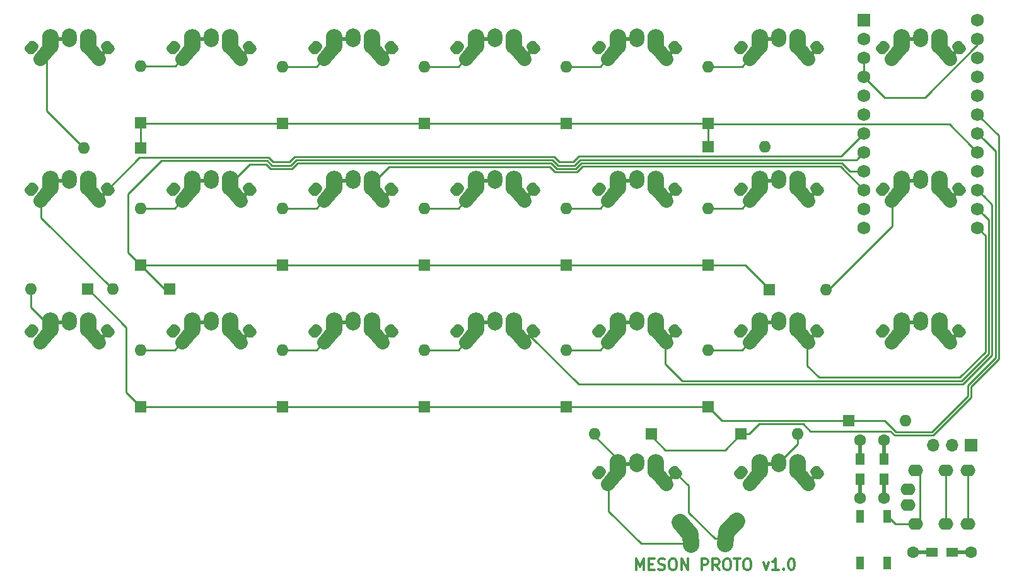
<source format=gbr>
G04 #@! TF.GenerationSoftware,KiCad,Pcbnew,(6.0.0-rc1-dev-1668-g04a478f85)*
G04 #@! TF.CreationDate,2019-04-17T20:22:59-07:00
G04 #@! TF.ProjectId,meson,6d65736f-6e2e-46b6-9963-61645f706362,rev?*
G04 #@! TF.SameCoordinates,Original*
G04 #@! TF.FileFunction,Copper,L1,Top*
G04 #@! TF.FilePolarity,Positive*
%FSLAX46Y46*%
G04 Gerber Fmt 4.6, Leading zero omitted, Abs format (unit mm)*
G04 Created by KiCad (PCBNEW (6.0.0-rc1-dev-1668-g04a478f85)) date 2019-04-17 20:22:59*
%MOMM*%
%LPD*%
G04 APERTURE LIST*
%ADD10C,0.300000*%
%ADD11O,1.700000X1.700000*%
%ADD12R,1.700000X1.700000*%
%ADD13R,1.200000X0.500000*%
%ADD14C,0.500000*%
%ADD15C,0.100000*%
%ADD16C,1.500000*%
%ADD17O,2.250000X3.350000*%
%ADD18C,1.900000*%
%ADD19C,1.900000*%
%ADD20O,2.000000X2.500000*%
%ADD21R,1.100000X1.800000*%
%ADD22R,2.900000X0.500000*%
%ADD23C,1.600000*%
%ADD24R,1.500000X1.200000*%
%ADD25C,2.200000*%
%ADD26C,2.200000*%
%ADD27C,2.250000*%
%ADD28C,2.250000*%
%ADD29O,2.000000X1.600000*%
%ADD30O,1.600000X1.600000*%
%ADD31R,1.600000X1.600000*%
%ADD32R,0.500000X2.900000*%
%ADD33R,1.200000X1.500000*%
%ADD34C,1.752600*%
%ADD35R,1.752600X1.752600*%
%ADD36C,0.800000*%
%ADD37C,0.250000*%
G04 APERTURE END LIST*
D10*
X209420357Y-123449471D02*
X209420357Y-121949471D01*
X209920357Y-123020900D01*
X210420357Y-121949471D01*
X210420357Y-123449471D01*
X211134642Y-122663757D02*
X211634642Y-122663757D01*
X211848928Y-123449471D02*
X211134642Y-123449471D01*
X211134642Y-121949471D01*
X211848928Y-121949471D01*
X212420357Y-123378042D02*
X212634642Y-123449471D01*
X212991785Y-123449471D01*
X213134642Y-123378042D01*
X213206071Y-123306614D01*
X213277499Y-123163757D01*
X213277499Y-123020900D01*
X213206071Y-122878042D01*
X213134642Y-122806614D01*
X212991785Y-122735185D01*
X212706071Y-122663757D01*
X212563214Y-122592328D01*
X212491785Y-122520900D01*
X212420357Y-122378042D01*
X212420357Y-122235185D01*
X212491785Y-122092328D01*
X212563214Y-122020900D01*
X212706071Y-121949471D01*
X213063214Y-121949471D01*
X213277499Y-122020900D01*
X214206071Y-121949471D02*
X214491785Y-121949471D01*
X214634642Y-122020900D01*
X214777499Y-122163757D01*
X214848928Y-122449471D01*
X214848928Y-122949471D01*
X214777499Y-123235185D01*
X214634642Y-123378042D01*
X214491785Y-123449471D01*
X214206071Y-123449471D01*
X214063214Y-123378042D01*
X213920357Y-123235185D01*
X213848928Y-122949471D01*
X213848928Y-122449471D01*
X213920357Y-122163757D01*
X214063214Y-122020900D01*
X214206071Y-121949471D01*
X215491785Y-123449471D02*
X215491785Y-121949471D01*
X216348928Y-123449471D01*
X216348928Y-121949471D01*
X218206071Y-123449471D02*
X218206071Y-121949471D01*
X218777499Y-121949471D01*
X218920357Y-122020900D01*
X218991785Y-122092328D01*
X219063214Y-122235185D01*
X219063214Y-122449471D01*
X218991785Y-122592328D01*
X218920357Y-122663757D01*
X218777499Y-122735185D01*
X218206071Y-122735185D01*
X220563214Y-123449471D02*
X220063214Y-122735185D01*
X219706071Y-123449471D02*
X219706071Y-121949471D01*
X220277499Y-121949471D01*
X220420357Y-122020900D01*
X220491785Y-122092328D01*
X220563214Y-122235185D01*
X220563214Y-122449471D01*
X220491785Y-122592328D01*
X220420357Y-122663757D01*
X220277499Y-122735185D01*
X219706071Y-122735185D01*
X221491785Y-121949471D02*
X221777499Y-121949471D01*
X221920357Y-122020900D01*
X222063214Y-122163757D01*
X222134642Y-122449471D01*
X222134642Y-122949471D01*
X222063214Y-123235185D01*
X221920357Y-123378042D01*
X221777499Y-123449471D01*
X221491785Y-123449471D01*
X221348928Y-123378042D01*
X221206071Y-123235185D01*
X221134642Y-122949471D01*
X221134642Y-122449471D01*
X221206071Y-122163757D01*
X221348928Y-122020900D01*
X221491785Y-121949471D01*
X222563214Y-121949471D02*
X223420357Y-121949471D01*
X222991785Y-123449471D02*
X222991785Y-121949471D01*
X224206071Y-121949471D02*
X224491785Y-121949471D01*
X224634642Y-122020900D01*
X224777499Y-122163757D01*
X224848928Y-122449471D01*
X224848928Y-122949471D01*
X224777499Y-123235185D01*
X224634642Y-123378042D01*
X224491785Y-123449471D01*
X224206071Y-123449471D01*
X224063214Y-123378042D01*
X223920357Y-123235185D01*
X223848928Y-122949471D01*
X223848928Y-122449471D01*
X223920357Y-122163757D01*
X224063214Y-122020900D01*
X224206071Y-121949471D01*
X226491785Y-122449471D02*
X226848928Y-123449471D01*
X227206071Y-122449471D01*
X228563214Y-123449471D02*
X227706071Y-123449471D01*
X228134642Y-123449471D02*
X228134642Y-121949471D01*
X227991785Y-122163757D01*
X227848928Y-122306614D01*
X227706071Y-122378042D01*
X229206071Y-123306614D02*
X229277499Y-123378042D01*
X229206071Y-123449471D01*
X229134642Y-123378042D01*
X229206071Y-123306614D01*
X229206071Y-123449471D01*
X230206071Y-121949471D02*
X230348928Y-121949471D01*
X230491785Y-122020900D01*
X230563214Y-122092328D01*
X230634642Y-122235185D01*
X230706071Y-122520900D01*
X230706071Y-122878042D01*
X230634642Y-123163757D01*
X230563214Y-123306614D01*
X230491785Y-123378042D01*
X230348928Y-123449471D01*
X230206071Y-123449471D01*
X230063214Y-123378042D01*
X229991785Y-123306614D01*
X229920357Y-123163757D01*
X229848928Y-122878042D01*
X229848928Y-122520900D01*
X229920357Y-122235185D01*
X229991785Y-122092328D01*
X230063214Y-122020900D01*
X230206071Y-121949471D01*
D11*
X249301000Y-106680000D03*
X251841000Y-106680000D03*
D12*
X254381000Y-106680000D03*
D13*
X227330000Y-52070000D03*
D14*
X233045000Y-53975000D03*
D15*
G36*
X233584114Y-53827162D02*
G01*
X232839802Y-54494994D01*
X232505886Y-54122838D01*
X233250198Y-53455006D01*
X233584114Y-53827162D01*
X233584114Y-53827162D01*
G37*
G36*
X233660705Y-52291783D02*
G01*
X233719273Y-52297848D01*
X233776964Y-52309625D01*
X233833224Y-52327000D01*
X233887509Y-52349806D01*
X233939298Y-52377822D01*
X233988091Y-52410780D01*
X234033418Y-52448362D01*
X234074844Y-52490206D01*
X234475543Y-52936793D01*
X234512668Y-52982495D01*
X234545135Y-53031617D01*
X234572630Y-53083684D01*
X234594890Y-53138196D01*
X234611699Y-53194627D01*
X234622896Y-53252433D01*
X234628373Y-53311059D01*
X234628078Y-53369940D01*
X234622013Y-53428508D01*
X234610236Y-53486199D01*
X234592861Y-53542458D01*
X234570055Y-53596744D01*
X234542039Y-53648532D01*
X234509081Y-53697326D01*
X234471499Y-53742653D01*
X234429655Y-53784079D01*
X234206362Y-53984428D01*
X234160659Y-54021553D01*
X234111538Y-54054020D01*
X234059471Y-54081515D01*
X234004959Y-54103775D01*
X233948528Y-54120584D01*
X233890722Y-54131781D01*
X233832096Y-54137258D01*
X233773215Y-54136963D01*
X233714647Y-54130898D01*
X233656956Y-54119121D01*
X233600696Y-54101746D01*
X233546411Y-54078940D01*
X233494622Y-54050924D01*
X233445829Y-54017966D01*
X233400502Y-53980384D01*
X233359076Y-53938540D01*
X232958377Y-53491953D01*
X232921252Y-53446251D01*
X232888785Y-53397129D01*
X232861290Y-53345062D01*
X232839030Y-53290550D01*
X232822221Y-53234119D01*
X232811024Y-53176313D01*
X232805547Y-53117687D01*
X232805842Y-53058806D01*
X232811907Y-53000238D01*
X232823684Y-52942547D01*
X232841059Y-52886288D01*
X232863865Y-52832002D01*
X232891881Y-52780214D01*
X232924839Y-52731420D01*
X232962421Y-52686093D01*
X233004265Y-52644667D01*
X233227558Y-52444318D01*
X233273261Y-52407193D01*
X233322382Y-52374726D01*
X233374449Y-52347231D01*
X233428961Y-52324971D01*
X233485392Y-52308162D01*
X233543198Y-52296965D01*
X233601824Y-52291488D01*
X233660705Y-52291783D01*
X233660705Y-52291783D01*
G37*
D16*
X233716960Y-53214373D03*
D17*
X231140000Y-52444167D03*
D18*
X225444995Y-53879996D03*
D19*
X224673129Y-54740255D02*
X226216861Y-53019737D01*
D20*
X228600000Y-51863495D03*
D15*
G36*
X223656802Y-52296965D02*
G01*
X223714608Y-52308162D01*
X223771039Y-52324971D01*
X223825551Y-52347231D01*
X223877618Y-52374726D01*
X223926740Y-52407193D01*
X223972442Y-52444318D01*
X224195735Y-52644667D01*
X224237579Y-52686093D01*
X224275161Y-52731420D01*
X224308119Y-52780213D01*
X224336135Y-52832002D01*
X224358941Y-52886287D01*
X224376316Y-52942547D01*
X224388093Y-53000238D01*
X224394158Y-53058806D01*
X224394453Y-53117687D01*
X224388976Y-53176313D01*
X224377779Y-53234119D01*
X224360970Y-53290550D01*
X224338710Y-53345062D01*
X224311215Y-53397129D01*
X224278748Y-53446250D01*
X224241623Y-53491953D01*
X223840924Y-53938540D01*
X223799498Y-53980384D01*
X223754171Y-54017966D01*
X223705377Y-54050924D01*
X223653589Y-54078940D01*
X223599303Y-54101746D01*
X223543044Y-54119121D01*
X223485353Y-54130898D01*
X223426785Y-54136963D01*
X223367904Y-54137258D01*
X223309278Y-54131781D01*
X223251472Y-54120584D01*
X223195041Y-54103775D01*
X223140529Y-54081515D01*
X223088462Y-54054020D01*
X223039340Y-54021553D01*
X222993638Y-53984428D01*
X222770345Y-53784079D01*
X222728501Y-53742653D01*
X222690919Y-53697326D01*
X222657961Y-53648533D01*
X222629945Y-53596744D01*
X222607139Y-53542459D01*
X222589764Y-53486199D01*
X222577987Y-53428508D01*
X222571922Y-53369940D01*
X222571627Y-53311059D01*
X222577104Y-53252433D01*
X222588301Y-53194627D01*
X222605110Y-53138196D01*
X222627370Y-53083684D01*
X222654865Y-53031617D01*
X222687332Y-52982496D01*
X222724457Y-52936793D01*
X223125156Y-52490206D01*
X223166582Y-52448362D01*
X223211909Y-52410780D01*
X223260703Y-52377822D01*
X223312491Y-52349806D01*
X223366777Y-52327000D01*
X223423036Y-52309625D01*
X223480727Y-52297848D01*
X223539295Y-52291783D01*
X223598176Y-52291488D01*
X223656802Y-52296965D01*
X223656802Y-52296965D01*
G37*
D16*
X223483040Y-53214373D03*
D17*
X226060000Y-52444167D03*
D18*
X231755005Y-53879996D03*
D19*
X232526871Y-54740255D02*
X230983139Y-53019737D01*
D13*
X227330000Y-90170000D03*
D14*
X233045000Y-92075000D03*
D15*
G36*
X233584114Y-91927162D02*
G01*
X232839802Y-92594994D01*
X232505886Y-92222838D01*
X233250198Y-91555006D01*
X233584114Y-91927162D01*
X233584114Y-91927162D01*
G37*
G36*
X233660705Y-90391783D02*
G01*
X233719273Y-90397848D01*
X233776964Y-90409625D01*
X233833224Y-90427000D01*
X233887509Y-90449806D01*
X233939298Y-90477822D01*
X233988091Y-90510780D01*
X234033418Y-90548362D01*
X234074844Y-90590206D01*
X234475543Y-91036793D01*
X234512668Y-91082495D01*
X234545135Y-91131617D01*
X234572630Y-91183684D01*
X234594890Y-91238196D01*
X234611699Y-91294627D01*
X234622896Y-91352433D01*
X234628373Y-91411059D01*
X234628078Y-91469940D01*
X234622013Y-91528508D01*
X234610236Y-91586199D01*
X234592861Y-91642458D01*
X234570055Y-91696744D01*
X234542039Y-91748532D01*
X234509081Y-91797326D01*
X234471499Y-91842653D01*
X234429655Y-91884079D01*
X234206362Y-92084428D01*
X234160659Y-92121553D01*
X234111538Y-92154020D01*
X234059471Y-92181515D01*
X234004959Y-92203775D01*
X233948528Y-92220584D01*
X233890722Y-92231781D01*
X233832096Y-92237258D01*
X233773215Y-92236963D01*
X233714647Y-92230898D01*
X233656956Y-92219121D01*
X233600696Y-92201746D01*
X233546411Y-92178940D01*
X233494622Y-92150924D01*
X233445829Y-92117966D01*
X233400502Y-92080384D01*
X233359076Y-92038540D01*
X232958377Y-91591953D01*
X232921252Y-91546251D01*
X232888785Y-91497129D01*
X232861290Y-91445062D01*
X232839030Y-91390550D01*
X232822221Y-91334119D01*
X232811024Y-91276313D01*
X232805547Y-91217687D01*
X232805842Y-91158806D01*
X232811907Y-91100238D01*
X232823684Y-91042547D01*
X232841059Y-90986288D01*
X232863865Y-90932002D01*
X232891881Y-90880214D01*
X232924839Y-90831420D01*
X232962421Y-90786093D01*
X233004265Y-90744667D01*
X233227558Y-90544318D01*
X233273261Y-90507193D01*
X233322382Y-90474726D01*
X233374449Y-90447231D01*
X233428961Y-90424971D01*
X233485392Y-90408162D01*
X233543198Y-90396965D01*
X233601824Y-90391488D01*
X233660705Y-90391783D01*
X233660705Y-90391783D01*
G37*
D16*
X233716960Y-91314373D03*
D17*
X231140000Y-90544167D03*
D18*
X225444995Y-91979996D03*
D19*
X224673129Y-92840255D02*
X226216861Y-91119737D01*
D20*
X228600000Y-89963495D03*
D15*
G36*
X223656802Y-90396965D02*
G01*
X223714608Y-90408162D01*
X223771039Y-90424971D01*
X223825551Y-90447231D01*
X223877618Y-90474726D01*
X223926740Y-90507193D01*
X223972442Y-90544318D01*
X224195735Y-90744667D01*
X224237579Y-90786093D01*
X224275161Y-90831420D01*
X224308119Y-90880213D01*
X224336135Y-90932002D01*
X224358941Y-90986287D01*
X224376316Y-91042547D01*
X224388093Y-91100238D01*
X224394158Y-91158806D01*
X224394453Y-91217687D01*
X224388976Y-91276313D01*
X224377779Y-91334119D01*
X224360970Y-91390550D01*
X224338710Y-91445062D01*
X224311215Y-91497129D01*
X224278748Y-91546250D01*
X224241623Y-91591953D01*
X223840924Y-92038540D01*
X223799498Y-92080384D01*
X223754171Y-92117966D01*
X223705377Y-92150924D01*
X223653589Y-92178940D01*
X223599303Y-92201746D01*
X223543044Y-92219121D01*
X223485353Y-92230898D01*
X223426785Y-92236963D01*
X223367904Y-92237258D01*
X223309278Y-92231781D01*
X223251472Y-92220584D01*
X223195041Y-92203775D01*
X223140529Y-92181515D01*
X223088462Y-92154020D01*
X223039340Y-92121553D01*
X222993638Y-92084428D01*
X222770345Y-91884079D01*
X222728501Y-91842653D01*
X222690919Y-91797326D01*
X222657961Y-91748533D01*
X222629945Y-91696744D01*
X222607139Y-91642459D01*
X222589764Y-91586199D01*
X222577987Y-91528508D01*
X222571922Y-91469940D01*
X222571627Y-91411059D01*
X222577104Y-91352433D01*
X222588301Y-91294627D01*
X222605110Y-91238196D01*
X222627370Y-91183684D01*
X222654865Y-91131617D01*
X222687332Y-91082496D01*
X222724457Y-91036793D01*
X223125156Y-90590206D01*
X223166582Y-90548362D01*
X223211909Y-90510780D01*
X223260703Y-90477822D01*
X223312491Y-90449806D01*
X223366777Y-90427000D01*
X223423036Y-90409625D01*
X223480727Y-90397848D01*
X223539295Y-90391783D01*
X223598176Y-90391488D01*
X223656802Y-90396965D01*
X223656802Y-90396965D01*
G37*
D16*
X223483040Y-91314373D03*
D17*
X226060000Y-90544167D03*
D18*
X231755005Y-91979996D03*
D19*
X232526871Y-92840255D02*
X230983139Y-91119737D01*
D13*
X227330000Y-71120000D03*
D14*
X233045000Y-73025000D03*
D15*
G36*
X233584114Y-72877162D02*
G01*
X232839802Y-73544994D01*
X232505886Y-73172838D01*
X233250198Y-72505006D01*
X233584114Y-72877162D01*
X233584114Y-72877162D01*
G37*
G36*
X233660705Y-71341783D02*
G01*
X233719273Y-71347848D01*
X233776964Y-71359625D01*
X233833224Y-71377000D01*
X233887509Y-71399806D01*
X233939298Y-71427822D01*
X233988091Y-71460780D01*
X234033418Y-71498362D01*
X234074844Y-71540206D01*
X234475543Y-71986793D01*
X234512668Y-72032495D01*
X234545135Y-72081617D01*
X234572630Y-72133684D01*
X234594890Y-72188196D01*
X234611699Y-72244627D01*
X234622896Y-72302433D01*
X234628373Y-72361059D01*
X234628078Y-72419940D01*
X234622013Y-72478508D01*
X234610236Y-72536199D01*
X234592861Y-72592458D01*
X234570055Y-72646744D01*
X234542039Y-72698532D01*
X234509081Y-72747326D01*
X234471499Y-72792653D01*
X234429655Y-72834079D01*
X234206362Y-73034428D01*
X234160659Y-73071553D01*
X234111538Y-73104020D01*
X234059471Y-73131515D01*
X234004959Y-73153775D01*
X233948528Y-73170584D01*
X233890722Y-73181781D01*
X233832096Y-73187258D01*
X233773215Y-73186963D01*
X233714647Y-73180898D01*
X233656956Y-73169121D01*
X233600696Y-73151746D01*
X233546411Y-73128940D01*
X233494622Y-73100924D01*
X233445829Y-73067966D01*
X233400502Y-73030384D01*
X233359076Y-72988540D01*
X232958377Y-72541953D01*
X232921252Y-72496251D01*
X232888785Y-72447129D01*
X232861290Y-72395062D01*
X232839030Y-72340550D01*
X232822221Y-72284119D01*
X232811024Y-72226313D01*
X232805547Y-72167687D01*
X232805842Y-72108806D01*
X232811907Y-72050238D01*
X232823684Y-71992547D01*
X232841059Y-71936288D01*
X232863865Y-71882002D01*
X232891881Y-71830214D01*
X232924839Y-71781420D01*
X232962421Y-71736093D01*
X233004265Y-71694667D01*
X233227558Y-71494318D01*
X233273261Y-71457193D01*
X233322382Y-71424726D01*
X233374449Y-71397231D01*
X233428961Y-71374971D01*
X233485392Y-71358162D01*
X233543198Y-71346965D01*
X233601824Y-71341488D01*
X233660705Y-71341783D01*
X233660705Y-71341783D01*
G37*
D16*
X233716960Y-72264373D03*
D17*
X231140000Y-71494167D03*
D18*
X225444995Y-72929996D03*
D19*
X224673129Y-73790255D02*
X226216861Y-72069737D01*
D20*
X228600000Y-70913495D03*
D15*
G36*
X223656802Y-71346965D02*
G01*
X223714608Y-71358162D01*
X223771039Y-71374971D01*
X223825551Y-71397231D01*
X223877618Y-71424726D01*
X223926740Y-71457193D01*
X223972442Y-71494318D01*
X224195735Y-71694667D01*
X224237579Y-71736093D01*
X224275161Y-71781420D01*
X224308119Y-71830213D01*
X224336135Y-71882002D01*
X224358941Y-71936287D01*
X224376316Y-71992547D01*
X224388093Y-72050238D01*
X224394158Y-72108806D01*
X224394453Y-72167687D01*
X224388976Y-72226313D01*
X224377779Y-72284119D01*
X224360970Y-72340550D01*
X224338710Y-72395062D01*
X224311215Y-72447129D01*
X224278748Y-72496250D01*
X224241623Y-72541953D01*
X223840924Y-72988540D01*
X223799498Y-73030384D01*
X223754171Y-73067966D01*
X223705377Y-73100924D01*
X223653589Y-73128940D01*
X223599303Y-73151746D01*
X223543044Y-73169121D01*
X223485353Y-73180898D01*
X223426785Y-73186963D01*
X223367904Y-73187258D01*
X223309278Y-73181781D01*
X223251472Y-73170584D01*
X223195041Y-73153775D01*
X223140529Y-73131515D01*
X223088462Y-73104020D01*
X223039340Y-73071553D01*
X222993638Y-73034428D01*
X222770345Y-72834079D01*
X222728501Y-72792653D01*
X222690919Y-72747326D01*
X222657961Y-72698533D01*
X222629945Y-72646744D01*
X222607139Y-72592459D01*
X222589764Y-72536199D01*
X222577987Y-72478508D01*
X222571922Y-72419940D01*
X222571627Y-72361059D01*
X222577104Y-72302433D01*
X222588301Y-72244627D01*
X222605110Y-72188196D01*
X222627370Y-72133684D01*
X222654865Y-72081617D01*
X222687332Y-72032496D01*
X222724457Y-71986793D01*
X223125156Y-71540206D01*
X223166582Y-71498362D01*
X223211909Y-71460780D01*
X223260703Y-71427822D01*
X223312491Y-71399806D01*
X223366777Y-71377000D01*
X223423036Y-71359625D01*
X223480727Y-71347848D01*
X223539295Y-71341783D01*
X223598176Y-71341488D01*
X223656802Y-71346965D01*
X223656802Y-71346965D01*
G37*
D16*
X223483040Y-72264373D03*
D17*
X226060000Y-71494167D03*
D18*
X231755005Y-72929996D03*
D19*
X232526871Y-73790255D02*
X230983139Y-72069737D01*
D21*
X243150000Y-122480000D03*
X239450000Y-116280000D03*
X239450000Y-122480000D03*
X243150000Y-116280000D03*
D22*
X248007500Y-121031000D03*
X253007500Y-121031000D03*
D23*
X246607500Y-121031000D03*
X254407500Y-121031000D03*
D24*
X251857500Y-121031000D03*
X249157500Y-121031000D03*
D13*
X227330000Y-109220000D03*
D14*
X233045000Y-111125000D03*
D15*
G36*
X233584114Y-110977162D02*
G01*
X232839802Y-111644994D01*
X232505886Y-111272838D01*
X233250198Y-110605006D01*
X233584114Y-110977162D01*
X233584114Y-110977162D01*
G37*
G36*
X233660705Y-109441783D02*
G01*
X233719273Y-109447848D01*
X233776964Y-109459625D01*
X233833224Y-109477000D01*
X233887509Y-109499806D01*
X233939298Y-109527822D01*
X233988091Y-109560780D01*
X234033418Y-109598362D01*
X234074844Y-109640206D01*
X234475543Y-110086793D01*
X234512668Y-110132495D01*
X234545135Y-110181617D01*
X234572630Y-110233684D01*
X234594890Y-110288196D01*
X234611699Y-110344627D01*
X234622896Y-110402433D01*
X234628373Y-110461059D01*
X234628078Y-110519940D01*
X234622013Y-110578508D01*
X234610236Y-110636199D01*
X234592861Y-110692458D01*
X234570055Y-110746744D01*
X234542039Y-110798532D01*
X234509081Y-110847326D01*
X234471499Y-110892653D01*
X234429655Y-110934079D01*
X234206362Y-111134428D01*
X234160659Y-111171553D01*
X234111538Y-111204020D01*
X234059471Y-111231515D01*
X234004959Y-111253775D01*
X233948528Y-111270584D01*
X233890722Y-111281781D01*
X233832096Y-111287258D01*
X233773215Y-111286963D01*
X233714647Y-111280898D01*
X233656956Y-111269121D01*
X233600696Y-111251746D01*
X233546411Y-111228940D01*
X233494622Y-111200924D01*
X233445829Y-111167966D01*
X233400502Y-111130384D01*
X233359076Y-111088540D01*
X232958377Y-110641953D01*
X232921252Y-110596251D01*
X232888785Y-110547129D01*
X232861290Y-110495062D01*
X232839030Y-110440550D01*
X232822221Y-110384119D01*
X232811024Y-110326313D01*
X232805547Y-110267687D01*
X232805842Y-110208806D01*
X232811907Y-110150238D01*
X232823684Y-110092547D01*
X232841059Y-110036288D01*
X232863865Y-109982002D01*
X232891881Y-109930214D01*
X232924839Y-109881420D01*
X232962421Y-109836093D01*
X233004265Y-109794667D01*
X233227558Y-109594318D01*
X233273261Y-109557193D01*
X233322382Y-109524726D01*
X233374449Y-109497231D01*
X233428961Y-109474971D01*
X233485392Y-109458162D01*
X233543198Y-109446965D01*
X233601824Y-109441488D01*
X233660705Y-109441783D01*
X233660705Y-109441783D01*
G37*
D16*
X233716960Y-110364373D03*
D17*
X231140000Y-109594167D03*
D18*
X225444995Y-111029996D03*
D19*
X224673129Y-111890255D02*
X226216861Y-110169737D01*
D20*
X228600000Y-109013495D03*
D15*
G36*
X223656802Y-109446965D02*
G01*
X223714608Y-109458162D01*
X223771039Y-109474971D01*
X223825551Y-109497231D01*
X223877618Y-109524726D01*
X223926740Y-109557193D01*
X223972442Y-109594318D01*
X224195735Y-109794667D01*
X224237579Y-109836093D01*
X224275161Y-109881420D01*
X224308119Y-109930213D01*
X224336135Y-109982002D01*
X224358941Y-110036287D01*
X224376316Y-110092547D01*
X224388093Y-110150238D01*
X224394158Y-110208806D01*
X224394453Y-110267687D01*
X224388976Y-110326313D01*
X224377779Y-110384119D01*
X224360970Y-110440550D01*
X224338710Y-110495062D01*
X224311215Y-110547129D01*
X224278748Y-110596250D01*
X224241623Y-110641953D01*
X223840924Y-111088540D01*
X223799498Y-111130384D01*
X223754171Y-111167966D01*
X223705377Y-111200924D01*
X223653589Y-111228940D01*
X223599303Y-111251746D01*
X223543044Y-111269121D01*
X223485353Y-111280898D01*
X223426785Y-111286963D01*
X223367904Y-111287258D01*
X223309278Y-111281781D01*
X223251472Y-111270584D01*
X223195041Y-111253775D01*
X223140529Y-111231515D01*
X223088462Y-111204020D01*
X223039340Y-111171553D01*
X222993638Y-111134428D01*
X222770345Y-110934079D01*
X222728501Y-110892653D01*
X222690919Y-110847326D01*
X222657961Y-110798533D01*
X222629945Y-110746744D01*
X222607139Y-110692459D01*
X222589764Y-110636199D01*
X222577987Y-110578508D01*
X222571922Y-110519940D01*
X222571627Y-110461059D01*
X222577104Y-110402433D01*
X222588301Y-110344627D01*
X222605110Y-110288196D01*
X222627370Y-110233684D01*
X222654865Y-110181617D01*
X222687332Y-110132496D01*
X222724457Y-110086793D01*
X223125156Y-109640206D01*
X223166582Y-109598362D01*
X223211909Y-109560780D01*
X223260703Y-109527822D01*
X223312491Y-109499806D01*
X223366777Y-109477000D01*
X223423036Y-109459625D01*
X223480727Y-109447848D01*
X223539295Y-109441783D01*
X223598176Y-109441488D01*
X223656802Y-109446965D01*
X223656802Y-109446965D01*
G37*
D16*
X223483040Y-110364373D03*
D17*
X226060000Y-109594167D03*
D18*
X231755005Y-111029996D03*
D19*
X232526871Y-111890255D02*
X230983139Y-110169737D01*
D25*
X221445946Y-119249389D03*
D26*
X221494776Y-118551094D02*
X221397116Y-119947684D01*
D25*
X216727735Y-119319247D03*
D26*
X216678905Y-118620952D02*
X216776565Y-120017542D01*
D27*
X215919995Y-117768850D03*
D28*
X215265000Y-117038846D02*
X216574990Y-118498854D01*
D27*
X222228731Y-117568860D03*
D28*
X222885000Y-116840000D02*
X221572462Y-118297720D01*
D29*
X250975000Y-117235000D03*
X253975000Y-117235000D03*
X246975000Y-117235000D03*
X245875000Y-112635000D03*
X250975000Y-110095000D03*
X253975000Y-110095000D03*
X246975000Y-110095000D03*
X245875000Y-114695000D03*
D30*
X135249920Y-66682620D03*
D31*
X142869920Y-66682620D03*
D30*
X142875000Y-55676800D03*
D31*
X142875000Y-63296800D03*
D30*
X161925000Y-55753000D03*
D31*
X161925000Y-63373000D03*
D30*
X180975000Y-55753000D03*
D31*
X180975000Y-63373000D03*
D30*
X200025000Y-55753000D03*
D31*
X200025000Y-63373000D03*
D30*
X219075000Y-55753000D03*
D31*
X219075000Y-63373000D03*
D30*
X226695000Y-66548000D03*
D31*
X219075000Y-66548000D03*
D30*
X139128500Y-85661500D03*
D31*
X146748500Y-85661500D03*
D30*
X142875000Y-74803000D03*
D31*
X142875000Y-82423000D03*
D30*
X161925000Y-74803000D03*
D31*
X161925000Y-82423000D03*
D30*
X180975000Y-74803000D03*
D31*
X180975000Y-82423000D03*
D30*
X200025000Y-74803000D03*
D31*
X200025000Y-82423000D03*
D30*
X219075000Y-74803000D03*
D31*
X219075000Y-82423000D03*
D30*
X234950000Y-85725000D03*
D31*
X227330000Y-85725000D03*
D30*
X128143000Y-85661500D03*
D31*
X135763000Y-85661500D03*
D30*
X142875000Y-93853000D03*
D31*
X142875000Y-101473000D03*
D30*
X161925000Y-93853000D03*
D31*
X161925000Y-101473000D03*
D30*
X180975000Y-93853000D03*
D31*
X180975000Y-101473000D03*
D30*
X200025000Y-93853000D03*
D31*
X200025000Y-101473000D03*
D30*
X219075000Y-93853000D03*
D31*
X219075000Y-101473000D03*
D30*
X245618000Y-103378000D03*
D31*
X237998000Y-103378000D03*
D30*
X203835000Y-105156000D03*
D31*
X211455000Y-105156000D03*
D30*
X231140000Y-105156000D03*
D31*
X223520000Y-105156000D03*
D13*
X132080000Y-52070000D03*
D14*
X137795000Y-53975000D03*
D15*
G36*
X138334114Y-53827162D02*
G01*
X137589802Y-54494994D01*
X137255886Y-54122838D01*
X138000198Y-53455006D01*
X138334114Y-53827162D01*
X138334114Y-53827162D01*
G37*
G36*
X138410705Y-52291783D02*
G01*
X138469273Y-52297848D01*
X138526964Y-52309625D01*
X138583224Y-52327000D01*
X138637509Y-52349806D01*
X138689298Y-52377822D01*
X138738091Y-52410780D01*
X138783418Y-52448362D01*
X138824844Y-52490206D01*
X139225543Y-52936793D01*
X139262668Y-52982495D01*
X139295135Y-53031617D01*
X139322630Y-53083684D01*
X139344890Y-53138196D01*
X139361699Y-53194627D01*
X139372896Y-53252433D01*
X139378373Y-53311059D01*
X139378078Y-53369940D01*
X139372013Y-53428508D01*
X139360236Y-53486199D01*
X139342861Y-53542458D01*
X139320055Y-53596744D01*
X139292039Y-53648532D01*
X139259081Y-53697326D01*
X139221499Y-53742653D01*
X139179655Y-53784079D01*
X138956362Y-53984428D01*
X138910659Y-54021553D01*
X138861538Y-54054020D01*
X138809471Y-54081515D01*
X138754959Y-54103775D01*
X138698528Y-54120584D01*
X138640722Y-54131781D01*
X138582096Y-54137258D01*
X138523215Y-54136963D01*
X138464647Y-54130898D01*
X138406956Y-54119121D01*
X138350696Y-54101746D01*
X138296411Y-54078940D01*
X138244622Y-54050924D01*
X138195829Y-54017966D01*
X138150502Y-53980384D01*
X138109076Y-53938540D01*
X137708377Y-53491953D01*
X137671252Y-53446251D01*
X137638785Y-53397129D01*
X137611290Y-53345062D01*
X137589030Y-53290550D01*
X137572221Y-53234119D01*
X137561024Y-53176313D01*
X137555547Y-53117687D01*
X137555842Y-53058806D01*
X137561907Y-53000238D01*
X137573684Y-52942547D01*
X137591059Y-52886288D01*
X137613865Y-52832002D01*
X137641881Y-52780214D01*
X137674839Y-52731420D01*
X137712421Y-52686093D01*
X137754265Y-52644667D01*
X137977558Y-52444318D01*
X138023261Y-52407193D01*
X138072382Y-52374726D01*
X138124449Y-52347231D01*
X138178961Y-52324971D01*
X138235392Y-52308162D01*
X138293198Y-52296965D01*
X138351824Y-52291488D01*
X138410705Y-52291783D01*
X138410705Y-52291783D01*
G37*
D16*
X138466960Y-53214373D03*
D17*
X135890000Y-52444167D03*
D18*
X130194995Y-53879996D03*
D19*
X129423129Y-54740255D02*
X130966861Y-53019737D01*
D20*
X133350000Y-51863495D03*
D15*
G36*
X128406802Y-52296965D02*
G01*
X128464608Y-52308162D01*
X128521039Y-52324971D01*
X128575551Y-52347231D01*
X128627618Y-52374726D01*
X128676740Y-52407193D01*
X128722442Y-52444318D01*
X128945735Y-52644667D01*
X128987579Y-52686093D01*
X129025161Y-52731420D01*
X129058119Y-52780213D01*
X129086135Y-52832002D01*
X129108941Y-52886287D01*
X129126316Y-52942547D01*
X129138093Y-53000238D01*
X129144158Y-53058806D01*
X129144453Y-53117687D01*
X129138976Y-53176313D01*
X129127779Y-53234119D01*
X129110970Y-53290550D01*
X129088710Y-53345062D01*
X129061215Y-53397129D01*
X129028748Y-53446250D01*
X128991623Y-53491953D01*
X128590924Y-53938540D01*
X128549498Y-53980384D01*
X128504171Y-54017966D01*
X128455377Y-54050924D01*
X128403589Y-54078940D01*
X128349303Y-54101746D01*
X128293044Y-54119121D01*
X128235353Y-54130898D01*
X128176785Y-54136963D01*
X128117904Y-54137258D01*
X128059278Y-54131781D01*
X128001472Y-54120584D01*
X127945041Y-54103775D01*
X127890529Y-54081515D01*
X127838462Y-54054020D01*
X127789340Y-54021553D01*
X127743638Y-53984428D01*
X127520345Y-53784079D01*
X127478501Y-53742653D01*
X127440919Y-53697326D01*
X127407961Y-53648533D01*
X127379945Y-53596744D01*
X127357139Y-53542459D01*
X127339764Y-53486199D01*
X127327987Y-53428508D01*
X127321922Y-53369940D01*
X127321627Y-53311059D01*
X127327104Y-53252433D01*
X127338301Y-53194627D01*
X127355110Y-53138196D01*
X127377370Y-53083684D01*
X127404865Y-53031617D01*
X127437332Y-52982496D01*
X127474457Y-52936793D01*
X127875156Y-52490206D01*
X127916582Y-52448362D01*
X127961909Y-52410780D01*
X128010703Y-52377822D01*
X128062491Y-52349806D01*
X128116777Y-52327000D01*
X128173036Y-52309625D01*
X128230727Y-52297848D01*
X128289295Y-52291783D01*
X128348176Y-52291488D01*
X128406802Y-52296965D01*
X128406802Y-52296965D01*
G37*
D16*
X128233040Y-53214373D03*
D17*
X130810000Y-52444167D03*
D18*
X136505005Y-53879996D03*
D19*
X137276871Y-54740255D02*
X135733139Y-53019737D01*
D13*
X151130000Y-52070000D03*
D14*
X156845000Y-53975000D03*
D15*
G36*
X157384114Y-53827162D02*
G01*
X156639802Y-54494994D01*
X156305886Y-54122838D01*
X157050198Y-53455006D01*
X157384114Y-53827162D01*
X157384114Y-53827162D01*
G37*
G36*
X157460705Y-52291783D02*
G01*
X157519273Y-52297848D01*
X157576964Y-52309625D01*
X157633224Y-52327000D01*
X157687509Y-52349806D01*
X157739298Y-52377822D01*
X157788091Y-52410780D01*
X157833418Y-52448362D01*
X157874844Y-52490206D01*
X158275543Y-52936793D01*
X158312668Y-52982495D01*
X158345135Y-53031617D01*
X158372630Y-53083684D01*
X158394890Y-53138196D01*
X158411699Y-53194627D01*
X158422896Y-53252433D01*
X158428373Y-53311059D01*
X158428078Y-53369940D01*
X158422013Y-53428508D01*
X158410236Y-53486199D01*
X158392861Y-53542458D01*
X158370055Y-53596744D01*
X158342039Y-53648532D01*
X158309081Y-53697326D01*
X158271499Y-53742653D01*
X158229655Y-53784079D01*
X158006362Y-53984428D01*
X157960659Y-54021553D01*
X157911538Y-54054020D01*
X157859471Y-54081515D01*
X157804959Y-54103775D01*
X157748528Y-54120584D01*
X157690722Y-54131781D01*
X157632096Y-54137258D01*
X157573215Y-54136963D01*
X157514647Y-54130898D01*
X157456956Y-54119121D01*
X157400696Y-54101746D01*
X157346411Y-54078940D01*
X157294622Y-54050924D01*
X157245829Y-54017966D01*
X157200502Y-53980384D01*
X157159076Y-53938540D01*
X156758377Y-53491953D01*
X156721252Y-53446251D01*
X156688785Y-53397129D01*
X156661290Y-53345062D01*
X156639030Y-53290550D01*
X156622221Y-53234119D01*
X156611024Y-53176313D01*
X156605547Y-53117687D01*
X156605842Y-53058806D01*
X156611907Y-53000238D01*
X156623684Y-52942547D01*
X156641059Y-52886288D01*
X156663865Y-52832002D01*
X156691881Y-52780214D01*
X156724839Y-52731420D01*
X156762421Y-52686093D01*
X156804265Y-52644667D01*
X157027558Y-52444318D01*
X157073261Y-52407193D01*
X157122382Y-52374726D01*
X157174449Y-52347231D01*
X157228961Y-52324971D01*
X157285392Y-52308162D01*
X157343198Y-52296965D01*
X157401824Y-52291488D01*
X157460705Y-52291783D01*
X157460705Y-52291783D01*
G37*
D16*
X157516960Y-53214373D03*
D17*
X154940000Y-52444167D03*
D18*
X149244995Y-53879996D03*
D19*
X148473129Y-54740255D02*
X150016861Y-53019737D01*
D20*
X152400000Y-51863495D03*
D15*
G36*
X147456802Y-52296965D02*
G01*
X147514608Y-52308162D01*
X147571039Y-52324971D01*
X147625551Y-52347231D01*
X147677618Y-52374726D01*
X147726740Y-52407193D01*
X147772442Y-52444318D01*
X147995735Y-52644667D01*
X148037579Y-52686093D01*
X148075161Y-52731420D01*
X148108119Y-52780213D01*
X148136135Y-52832002D01*
X148158941Y-52886287D01*
X148176316Y-52942547D01*
X148188093Y-53000238D01*
X148194158Y-53058806D01*
X148194453Y-53117687D01*
X148188976Y-53176313D01*
X148177779Y-53234119D01*
X148160970Y-53290550D01*
X148138710Y-53345062D01*
X148111215Y-53397129D01*
X148078748Y-53446250D01*
X148041623Y-53491953D01*
X147640924Y-53938540D01*
X147599498Y-53980384D01*
X147554171Y-54017966D01*
X147505377Y-54050924D01*
X147453589Y-54078940D01*
X147399303Y-54101746D01*
X147343044Y-54119121D01*
X147285353Y-54130898D01*
X147226785Y-54136963D01*
X147167904Y-54137258D01*
X147109278Y-54131781D01*
X147051472Y-54120584D01*
X146995041Y-54103775D01*
X146940529Y-54081515D01*
X146888462Y-54054020D01*
X146839340Y-54021553D01*
X146793638Y-53984428D01*
X146570345Y-53784079D01*
X146528501Y-53742653D01*
X146490919Y-53697326D01*
X146457961Y-53648533D01*
X146429945Y-53596744D01*
X146407139Y-53542459D01*
X146389764Y-53486199D01*
X146377987Y-53428508D01*
X146371922Y-53369940D01*
X146371627Y-53311059D01*
X146377104Y-53252433D01*
X146388301Y-53194627D01*
X146405110Y-53138196D01*
X146427370Y-53083684D01*
X146454865Y-53031617D01*
X146487332Y-52982496D01*
X146524457Y-52936793D01*
X146925156Y-52490206D01*
X146966582Y-52448362D01*
X147011909Y-52410780D01*
X147060703Y-52377822D01*
X147112491Y-52349806D01*
X147166777Y-52327000D01*
X147223036Y-52309625D01*
X147280727Y-52297848D01*
X147339295Y-52291783D01*
X147398176Y-52291488D01*
X147456802Y-52296965D01*
X147456802Y-52296965D01*
G37*
D16*
X147283040Y-53214373D03*
D17*
X149860000Y-52444167D03*
D18*
X155555005Y-53879996D03*
D19*
X156326871Y-54740255D02*
X154783139Y-53019737D01*
D13*
X170180000Y-52070000D03*
D14*
X175895000Y-53975000D03*
D15*
G36*
X176434114Y-53827162D02*
G01*
X175689802Y-54494994D01*
X175355886Y-54122838D01*
X176100198Y-53455006D01*
X176434114Y-53827162D01*
X176434114Y-53827162D01*
G37*
G36*
X176510705Y-52291783D02*
G01*
X176569273Y-52297848D01*
X176626964Y-52309625D01*
X176683224Y-52327000D01*
X176737509Y-52349806D01*
X176789298Y-52377822D01*
X176838091Y-52410780D01*
X176883418Y-52448362D01*
X176924844Y-52490206D01*
X177325543Y-52936793D01*
X177362668Y-52982495D01*
X177395135Y-53031617D01*
X177422630Y-53083684D01*
X177444890Y-53138196D01*
X177461699Y-53194627D01*
X177472896Y-53252433D01*
X177478373Y-53311059D01*
X177478078Y-53369940D01*
X177472013Y-53428508D01*
X177460236Y-53486199D01*
X177442861Y-53542458D01*
X177420055Y-53596744D01*
X177392039Y-53648532D01*
X177359081Y-53697326D01*
X177321499Y-53742653D01*
X177279655Y-53784079D01*
X177056362Y-53984428D01*
X177010659Y-54021553D01*
X176961538Y-54054020D01*
X176909471Y-54081515D01*
X176854959Y-54103775D01*
X176798528Y-54120584D01*
X176740722Y-54131781D01*
X176682096Y-54137258D01*
X176623215Y-54136963D01*
X176564647Y-54130898D01*
X176506956Y-54119121D01*
X176450696Y-54101746D01*
X176396411Y-54078940D01*
X176344622Y-54050924D01*
X176295829Y-54017966D01*
X176250502Y-53980384D01*
X176209076Y-53938540D01*
X175808377Y-53491953D01*
X175771252Y-53446251D01*
X175738785Y-53397129D01*
X175711290Y-53345062D01*
X175689030Y-53290550D01*
X175672221Y-53234119D01*
X175661024Y-53176313D01*
X175655547Y-53117687D01*
X175655842Y-53058806D01*
X175661907Y-53000238D01*
X175673684Y-52942547D01*
X175691059Y-52886288D01*
X175713865Y-52832002D01*
X175741881Y-52780214D01*
X175774839Y-52731420D01*
X175812421Y-52686093D01*
X175854265Y-52644667D01*
X176077558Y-52444318D01*
X176123261Y-52407193D01*
X176172382Y-52374726D01*
X176224449Y-52347231D01*
X176278961Y-52324971D01*
X176335392Y-52308162D01*
X176393198Y-52296965D01*
X176451824Y-52291488D01*
X176510705Y-52291783D01*
X176510705Y-52291783D01*
G37*
D16*
X176566960Y-53214373D03*
D17*
X173990000Y-52444167D03*
D18*
X168294995Y-53879996D03*
D19*
X167523129Y-54740255D02*
X169066861Y-53019737D01*
D20*
X171450000Y-51863495D03*
D15*
G36*
X166506802Y-52296965D02*
G01*
X166564608Y-52308162D01*
X166621039Y-52324971D01*
X166675551Y-52347231D01*
X166727618Y-52374726D01*
X166776740Y-52407193D01*
X166822442Y-52444318D01*
X167045735Y-52644667D01*
X167087579Y-52686093D01*
X167125161Y-52731420D01*
X167158119Y-52780213D01*
X167186135Y-52832002D01*
X167208941Y-52886287D01*
X167226316Y-52942547D01*
X167238093Y-53000238D01*
X167244158Y-53058806D01*
X167244453Y-53117687D01*
X167238976Y-53176313D01*
X167227779Y-53234119D01*
X167210970Y-53290550D01*
X167188710Y-53345062D01*
X167161215Y-53397129D01*
X167128748Y-53446250D01*
X167091623Y-53491953D01*
X166690924Y-53938540D01*
X166649498Y-53980384D01*
X166604171Y-54017966D01*
X166555377Y-54050924D01*
X166503589Y-54078940D01*
X166449303Y-54101746D01*
X166393044Y-54119121D01*
X166335353Y-54130898D01*
X166276785Y-54136963D01*
X166217904Y-54137258D01*
X166159278Y-54131781D01*
X166101472Y-54120584D01*
X166045041Y-54103775D01*
X165990529Y-54081515D01*
X165938462Y-54054020D01*
X165889340Y-54021553D01*
X165843638Y-53984428D01*
X165620345Y-53784079D01*
X165578501Y-53742653D01*
X165540919Y-53697326D01*
X165507961Y-53648533D01*
X165479945Y-53596744D01*
X165457139Y-53542459D01*
X165439764Y-53486199D01*
X165427987Y-53428508D01*
X165421922Y-53369940D01*
X165421627Y-53311059D01*
X165427104Y-53252433D01*
X165438301Y-53194627D01*
X165455110Y-53138196D01*
X165477370Y-53083684D01*
X165504865Y-53031617D01*
X165537332Y-52982496D01*
X165574457Y-52936793D01*
X165975156Y-52490206D01*
X166016582Y-52448362D01*
X166061909Y-52410780D01*
X166110703Y-52377822D01*
X166162491Y-52349806D01*
X166216777Y-52327000D01*
X166273036Y-52309625D01*
X166330727Y-52297848D01*
X166389295Y-52291783D01*
X166448176Y-52291488D01*
X166506802Y-52296965D01*
X166506802Y-52296965D01*
G37*
D16*
X166333040Y-53214373D03*
D17*
X168910000Y-52444167D03*
D18*
X174605005Y-53879996D03*
D19*
X175376871Y-54740255D02*
X173833139Y-53019737D01*
D13*
X189230000Y-52070000D03*
D14*
X194945000Y-53975000D03*
D15*
G36*
X195484114Y-53827162D02*
G01*
X194739802Y-54494994D01*
X194405886Y-54122838D01*
X195150198Y-53455006D01*
X195484114Y-53827162D01*
X195484114Y-53827162D01*
G37*
G36*
X195560705Y-52291783D02*
G01*
X195619273Y-52297848D01*
X195676964Y-52309625D01*
X195733224Y-52327000D01*
X195787509Y-52349806D01*
X195839298Y-52377822D01*
X195888091Y-52410780D01*
X195933418Y-52448362D01*
X195974844Y-52490206D01*
X196375543Y-52936793D01*
X196412668Y-52982495D01*
X196445135Y-53031617D01*
X196472630Y-53083684D01*
X196494890Y-53138196D01*
X196511699Y-53194627D01*
X196522896Y-53252433D01*
X196528373Y-53311059D01*
X196528078Y-53369940D01*
X196522013Y-53428508D01*
X196510236Y-53486199D01*
X196492861Y-53542458D01*
X196470055Y-53596744D01*
X196442039Y-53648532D01*
X196409081Y-53697326D01*
X196371499Y-53742653D01*
X196329655Y-53784079D01*
X196106362Y-53984428D01*
X196060659Y-54021553D01*
X196011538Y-54054020D01*
X195959471Y-54081515D01*
X195904959Y-54103775D01*
X195848528Y-54120584D01*
X195790722Y-54131781D01*
X195732096Y-54137258D01*
X195673215Y-54136963D01*
X195614647Y-54130898D01*
X195556956Y-54119121D01*
X195500696Y-54101746D01*
X195446411Y-54078940D01*
X195394622Y-54050924D01*
X195345829Y-54017966D01*
X195300502Y-53980384D01*
X195259076Y-53938540D01*
X194858377Y-53491953D01*
X194821252Y-53446251D01*
X194788785Y-53397129D01*
X194761290Y-53345062D01*
X194739030Y-53290550D01*
X194722221Y-53234119D01*
X194711024Y-53176313D01*
X194705547Y-53117687D01*
X194705842Y-53058806D01*
X194711907Y-53000238D01*
X194723684Y-52942547D01*
X194741059Y-52886288D01*
X194763865Y-52832002D01*
X194791881Y-52780214D01*
X194824839Y-52731420D01*
X194862421Y-52686093D01*
X194904265Y-52644667D01*
X195127558Y-52444318D01*
X195173261Y-52407193D01*
X195222382Y-52374726D01*
X195274449Y-52347231D01*
X195328961Y-52324971D01*
X195385392Y-52308162D01*
X195443198Y-52296965D01*
X195501824Y-52291488D01*
X195560705Y-52291783D01*
X195560705Y-52291783D01*
G37*
D16*
X195616960Y-53214373D03*
D17*
X193040000Y-52444167D03*
D18*
X187344995Y-53879996D03*
D19*
X186573129Y-54740255D02*
X188116861Y-53019737D01*
D20*
X190500000Y-51863495D03*
D15*
G36*
X185556802Y-52296965D02*
G01*
X185614608Y-52308162D01*
X185671039Y-52324971D01*
X185725551Y-52347231D01*
X185777618Y-52374726D01*
X185826740Y-52407193D01*
X185872442Y-52444318D01*
X186095735Y-52644667D01*
X186137579Y-52686093D01*
X186175161Y-52731420D01*
X186208119Y-52780213D01*
X186236135Y-52832002D01*
X186258941Y-52886287D01*
X186276316Y-52942547D01*
X186288093Y-53000238D01*
X186294158Y-53058806D01*
X186294453Y-53117687D01*
X186288976Y-53176313D01*
X186277779Y-53234119D01*
X186260970Y-53290550D01*
X186238710Y-53345062D01*
X186211215Y-53397129D01*
X186178748Y-53446250D01*
X186141623Y-53491953D01*
X185740924Y-53938540D01*
X185699498Y-53980384D01*
X185654171Y-54017966D01*
X185605377Y-54050924D01*
X185553589Y-54078940D01*
X185499303Y-54101746D01*
X185443044Y-54119121D01*
X185385353Y-54130898D01*
X185326785Y-54136963D01*
X185267904Y-54137258D01*
X185209278Y-54131781D01*
X185151472Y-54120584D01*
X185095041Y-54103775D01*
X185040529Y-54081515D01*
X184988462Y-54054020D01*
X184939340Y-54021553D01*
X184893638Y-53984428D01*
X184670345Y-53784079D01*
X184628501Y-53742653D01*
X184590919Y-53697326D01*
X184557961Y-53648533D01*
X184529945Y-53596744D01*
X184507139Y-53542459D01*
X184489764Y-53486199D01*
X184477987Y-53428508D01*
X184471922Y-53369940D01*
X184471627Y-53311059D01*
X184477104Y-53252433D01*
X184488301Y-53194627D01*
X184505110Y-53138196D01*
X184527370Y-53083684D01*
X184554865Y-53031617D01*
X184587332Y-52982496D01*
X184624457Y-52936793D01*
X185025156Y-52490206D01*
X185066582Y-52448362D01*
X185111909Y-52410780D01*
X185160703Y-52377822D01*
X185212491Y-52349806D01*
X185266777Y-52327000D01*
X185323036Y-52309625D01*
X185380727Y-52297848D01*
X185439295Y-52291783D01*
X185498176Y-52291488D01*
X185556802Y-52296965D01*
X185556802Y-52296965D01*
G37*
D16*
X185383040Y-53214373D03*
D17*
X187960000Y-52444167D03*
D18*
X193655005Y-53879996D03*
D19*
X194426871Y-54740255D02*
X192883139Y-53019737D01*
D13*
X208280000Y-52070000D03*
D14*
X213995000Y-53975000D03*
D15*
G36*
X214534114Y-53827162D02*
G01*
X213789802Y-54494994D01*
X213455886Y-54122838D01*
X214200198Y-53455006D01*
X214534114Y-53827162D01*
X214534114Y-53827162D01*
G37*
G36*
X214610705Y-52291783D02*
G01*
X214669273Y-52297848D01*
X214726964Y-52309625D01*
X214783224Y-52327000D01*
X214837509Y-52349806D01*
X214889298Y-52377822D01*
X214938091Y-52410780D01*
X214983418Y-52448362D01*
X215024844Y-52490206D01*
X215425543Y-52936793D01*
X215462668Y-52982495D01*
X215495135Y-53031617D01*
X215522630Y-53083684D01*
X215544890Y-53138196D01*
X215561699Y-53194627D01*
X215572896Y-53252433D01*
X215578373Y-53311059D01*
X215578078Y-53369940D01*
X215572013Y-53428508D01*
X215560236Y-53486199D01*
X215542861Y-53542458D01*
X215520055Y-53596744D01*
X215492039Y-53648532D01*
X215459081Y-53697326D01*
X215421499Y-53742653D01*
X215379655Y-53784079D01*
X215156362Y-53984428D01*
X215110659Y-54021553D01*
X215061538Y-54054020D01*
X215009471Y-54081515D01*
X214954959Y-54103775D01*
X214898528Y-54120584D01*
X214840722Y-54131781D01*
X214782096Y-54137258D01*
X214723215Y-54136963D01*
X214664647Y-54130898D01*
X214606956Y-54119121D01*
X214550696Y-54101746D01*
X214496411Y-54078940D01*
X214444622Y-54050924D01*
X214395829Y-54017966D01*
X214350502Y-53980384D01*
X214309076Y-53938540D01*
X213908377Y-53491953D01*
X213871252Y-53446251D01*
X213838785Y-53397129D01*
X213811290Y-53345062D01*
X213789030Y-53290550D01*
X213772221Y-53234119D01*
X213761024Y-53176313D01*
X213755547Y-53117687D01*
X213755842Y-53058806D01*
X213761907Y-53000238D01*
X213773684Y-52942547D01*
X213791059Y-52886288D01*
X213813865Y-52832002D01*
X213841881Y-52780214D01*
X213874839Y-52731420D01*
X213912421Y-52686093D01*
X213954265Y-52644667D01*
X214177558Y-52444318D01*
X214223261Y-52407193D01*
X214272382Y-52374726D01*
X214324449Y-52347231D01*
X214378961Y-52324971D01*
X214435392Y-52308162D01*
X214493198Y-52296965D01*
X214551824Y-52291488D01*
X214610705Y-52291783D01*
X214610705Y-52291783D01*
G37*
D16*
X214666960Y-53214373D03*
D17*
X212090000Y-52444167D03*
D18*
X206394995Y-53879996D03*
D19*
X205623129Y-54740255D02*
X207166861Y-53019737D01*
D20*
X209550000Y-51863495D03*
D15*
G36*
X204606802Y-52296965D02*
G01*
X204664608Y-52308162D01*
X204721039Y-52324971D01*
X204775551Y-52347231D01*
X204827618Y-52374726D01*
X204876740Y-52407193D01*
X204922442Y-52444318D01*
X205145735Y-52644667D01*
X205187579Y-52686093D01*
X205225161Y-52731420D01*
X205258119Y-52780213D01*
X205286135Y-52832002D01*
X205308941Y-52886287D01*
X205326316Y-52942547D01*
X205338093Y-53000238D01*
X205344158Y-53058806D01*
X205344453Y-53117687D01*
X205338976Y-53176313D01*
X205327779Y-53234119D01*
X205310970Y-53290550D01*
X205288710Y-53345062D01*
X205261215Y-53397129D01*
X205228748Y-53446250D01*
X205191623Y-53491953D01*
X204790924Y-53938540D01*
X204749498Y-53980384D01*
X204704171Y-54017966D01*
X204655377Y-54050924D01*
X204603589Y-54078940D01*
X204549303Y-54101746D01*
X204493044Y-54119121D01*
X204435353Y-54130898D01*
X204376785Y-54136963D01*
X204317904Y-54137258D01*
X204259278Y-54131781D01*
X204201472Y-54120584D01*
X204145041Y-54103775D01*
X204090529Y-54081515D01*
X204038462Y-54054020D01*
X203989340Y-54021553D01*
X203943638Y-53984428D01*
X203720345Y-53784079D01*
X203678501Y-53742653D01*
X203640919Y-53697326D01*
X203607961Y-53648533D01*
X203579945Y-53596744D01*
X203557139Y-53542459D01*
X203539764Y-53486199D01*
X203527987Y-53428508D01*
X203521922Y-53369940D01*
X203521627Y-53311059D01*
X203527104Y-53252433D01*
X203538301Y-53194627D01*
X203555110Y-53138196D01*
X203577370Y-53083684D01*
X203604865Y-53031617D01*
X203637332Y-52982496D01*
X203674457Y-52936793D01*
X204075156Y-52490206D01*
X204116582Y-52448362D01*
X204161909Y-52410780D01*
X204210703Y-52377822D01*
X204262491Y-52349806D01*
X204316777Y-52327000D01*
X204373036Y-52309625D01*
X204430727Y-52297848D01*
X204489295Y-52291783D01*
X204548176Y-52291488D01*
X204606802Y-52296965D01*
X204606802Y-52296965D01*
G37*
D16*
X204433040Y-53214373D03*
D17*
X207010000Y-52444167D03*
D18*
X212705005Y-53879996D03*
D19*
X213476871Y-54740255D02*
X211933139Y-53019737D01*
D13*
X246380000Y-52070000D03*
D14*
X252095000Y-53975000D03*
D15*
G36*
X252634114Y-53827162D02*
G01*
X251889802Y-54494994D01*
X251555886Y-54122838D01*
X252300198Y-53455006D01*
X252634114Y-53827162D01*
X252634114Y-53827162D01*
G37*
G36*
X252710705Y-52291783D02*
G01*
X252769273Y-52297848D01*
X252826964Y-52309625D01*
X252883224Y-52327000D01*
X252937509Y-52349806D01*
X252989298Y-52377822D01*
X253038091Y-52410780D01*
X253083418Y-52448362D01*
X253124844Y-52490206D01*
X253525543Y-52936793D01*
X253562668Y-52982495D01*
X253595135Y-53031617D01*
X253622630Y-53083684D01*
X253644890Y-53138196D01*
X253661699Y-53194627D01*
X253672896Y-53252433D01*
X253678373Y-53311059D01*
X253678078Y-53369940D01*
X253672013Y-53428508D01*
X253660236Y-53486199D01*
X253642861Y-53542458D01*
X253620055Y-53596744D01*
X253592039Y-53648532D01*
X253559081Y-53697326D01*
X253521499Y-53742653D01*
X253479655Y-53784079D01*
X253256362Y-53984428D01*
X253210659Y-54021553D01*
X253161538Y-54054020D01*
X253109471Y-54081515D01*
X253054959Y-54103775D01*
X252998528Y-54120584D01*
X252940722Y-54131781D01*
X252882096Y-54137258D01*
X252823215Y-54136963D01*
X252764647Y-54130898D01*
X252706956Y-54119121D01*
X252650696Y-54101746D01*
X252596411Y-54078940D01*
X252544622Y-54050924D01*
X252495829Y-54017966D01*
X252450502Y-53980384D01*
X252409076Y-53938540D01*
X252008377Y-53491953D01*
X251971252Y-53446251D01*
X251938785Y-53397129D01*
X251911290Y-53345062D01*
X251889030Y-53290550D01*
X251872221Y-53234119D01*
X251861024Y-53176313D01*
X251855547Y-53117687D01*
X251855842Y-53058806D01*
X251861907Y-53000238D01*
X251873684Y-52942547D01*
X251891059Y-52886288D01*
X251913865Y-52832002D01*
X251941881Y-52780214D01*
X251974839Y-52731420D01*
X252012421Y-52686093D01*
X252054265Y-52644667D01*
X252277558Y-52444318D01*
X252323261Y-52407193D01*
X252372382Y-52374726D01*
X252424449Y-52347231D01*
X252478961Y-52324971D01*
X252535392Y-52308162D01*
X252593198Y-52296965D01*
X252651824Y-52291488D01*
X252710705Y-52291783D01*
X252710705Y-52291783D01*
G37*
D16*
X252766960Y-53214373D03*
D17*
X250190000Y-52444167D03*
D18*
X244494995Y-53879996D03*
D19*
X243723129Y-54740255D02*
X245266861Y-53019737D01*
D20*
X247650000Y-51863495D03*
D15*
G36*
X242706802Y-52296965D02*
G01*
X242764608Y-52308162D01*
X242821039Y-52324971D01*
X242875551Y-52347231D01*
X242927618Y-52374726D01*
X242976740Y-52407193D01*
X243022442Y-52444318D01*
X243245735Y-52644667D01*
X243287579Y-52686093D01*
X243325161Y-52731420D01*
X243358119Y-52780213D01*
X243386135Y-52832002D01*
X243408941Y-52886287D01*
X243426316Y-52942547D01*
X243438093Y-53000238D01*
X243444158Y-53058806D01*
X243444453Y-53117687D01*
X243438976Y-53176313D01*
X243427779Y-53234119D01*
X243410970Y-53290550D01*
X243388710Y-53345062D01*
X243361215Y-53397129D01*
X243328748Y-53446250D01*
X243291623Y-53491953D01*
X242890924Y-53938540D01*
X242849498Y-53980384D01*
X242804171Y-54017966D01*
X242755377Y-54050924D01*
X242703589Y-54078940D01*
X242649303Y-54101746D01*
X242593044Y-54119121D01*
X242535353Y-54130898D01*
X242476785Y-54136963D01*
X242417904Y-54137258D01*
X242359278Y-54131781D01*
X242301472Y-54120584D01*
X242245041Y-54103775D01*
X242190529Y-54081515D01*
X242138462Y-54054020D01*
X242089340Y-54021553D01*
X242043638Y-53984428D01*
X241820345Y-53784079D01*
X241778501Y-53742653D01*
X241740919Y-53697326D01*
X241707961Y-53648533D01*
X241679945Y-53596744D01*
X241657139Y-53542459D01*
X241639764Y-53486199D01*
X241627987Y-53428508D01*
X241621922Y-53369940D01*
X241621627Y-53311059D01*
X241627104Y-53252433D01*
X241638301Y-53194627D01*
X241655110Y-53138196D01*
X241677370Y-53083684D01*
X241704865Y-53031617D01*
X241737332Y-52982496D01*
X241774457Y-52936793D01*
X242175156Y-52490206D01*
X242216582Y-52448362D01*
X242261909Y-52410780D01*
X242310703Y-52377822D01*
X242362491Y-52349806D01*
X242416777Y-52327000D01*
X242473036Y-52309625D01*
X242530727Y-52297848D01*
X242589295Y-52291783D01*
X242648176Y-52291488D01*
X242706802Y-52296965D01*
X242706802Y-52296965D01*
G37*
D16*
X242533040Y-53214373D03*
D17*
X245110000Y-52444167D03*
D18*
X250805005Y-53879996D03*
D19*
X251576871Y-54740255D02*
X250033139Y-53019737D01*
D13*
X132080000Y-71120000D03*
D14*
X137795000Y-73025000D03*
D15*
G36*
X138334114Y-72877162D02*
G01*
X137589802Y-73544994D01*
X137255886Y-73172838D01*
X138000198Y-72505006D01*
X138334114Y-72877162D01*
X138334114Y-72877162D01*
G37*
G36*
X138410705Y-71341783D02*
G01*
X138469273Y-71347848D01*
X138526964Y-71359625D01*
X138583224Y-71377000D01*
X138637509Y-71399806D01*
X138689298Y-71427822D01*
X138738091Y-71460780D01*
X138783418Y-71498362D01*
X138824844Y-71540206D01*
X139225543Y-71986793D01*
X139262668Y-72032495D01*
X139295135Y-72081617D01*
X139322630Y-72133684D01*
X139344890Y-72188196D01*
X139361699Y-72244627D01*
X139372896Y-72302433D01*
X139378373Y-72361059D01*
X139378078Y-72419940D01*
X139372013Y-72478508D01*
X139360236Y-72536199D01*
X139342861Y-72592458D01*
X139320055Y-72646744D01*
X139292039Y-72698532D01*
X139259081Y-72747326D01*
X139221499Y-72792653D01*
X139179655Y-72834079D01*
X138956362Y-73034428D01*
X138910659Y-73071553D01*
X138861538Y-73104020D01*
X138809471Y-73131515D01*
X138754959Y-73153775D01*
X138698528Y-73170584D01*
X138640722Y-73181781D01*
X138582096Y-73187258D01*
X138523215Y-73186963D01*
X138464647Y-73180898D01*
X138406956Y-73169121D01*
X138350696Y-73151746D01*
X138296411Y-73128940D01*
X138244622Y-73100924D01*
X138195829Y-73067966D01*
X138150502Y-73030384D01*
X138109076Y-72988540D01*
X137708377Y-72541953D01*
X137671252Y-72496251D01*
X137638785Y-72447129D01*
X137611290Y-72395062D01*
X137589030Y-72340550D01*
X137572221Y-72284119D01*
X137561024Y-72226313D01*
X137555547Y-72167687D01*
X137555842Y-72108806D01*
X137561907Y-72050238D01*
X137573684Y-71992547D01*
X137591059Y-71936288D01*
X137613865Y-71882002D01*
X137641881Y-71830214D01*
X137674839Y-71781420D01*
X137712421Y-71736093D01*
X137754265Y-71694667D01*
X137977558Y-71494318D01*
X138023261Y-71457193D01*
X138072382Y-71424726D01*
X138124449Y-71397231D01*
X138178961Y-71374971D01*
X138235392Y-71358162D01*
X138293198Y-71346965D01*
X138351824Y-71341488D01*
X138410705Y-71341783D01*
X138410705Y-71341783D01*
G37*
D16*
X138466960Y-72264373D03*
D17*
X135890000Y-71494167D03*
D18*
X130194995Y-72929996D03*
D19*
X129423129Y-73790255D02*
X130966861Y-72069737D01*
D20*
X133350000Y-70913495D03*
D15*
G36*
X128406802Y-71346965D02*
G01*
X128464608Y-71358162D01*
X128521039Y-71374971D01*
X128575551Y-71397231D01*
X128627618Y-71424726D01*
X128676740Y-71457193D01*
X128722442Y-71494318D01*
X128945735Y-71694667D01*
X128987579Y-71736093D01*
X129025161Y-71781420D01*
X129058119Y-71830213D01*
X129086135Y-71882002D01*
X129108941Y-71936287D01*
X129126316Y-71992547D01*
X129138093Y-72050238D01*
X129144158Y-72108806D01*
X129144453Y-72167687D01*
X129138976Y-72226313D01*
X129127779Y-72284119D01*
X129110970Y-72340550D01*
X129088710Y-72395062D01*
X129061215Y-72447129D01*
X129028748Y-72496250D01*
X128991623Y-72541953D01*
X128590924Y-72988540D01*
X128549498Y-73030384D01*
X128504171Y-73067966D01*
X128455377Y-73100924D01*
X128403589Y-73128940D01*
X128349303Y-73151746D01*
X128293044Y-73169121D01*
X128235353Y-73180898D01*
X128176785Y-73186963D01*
X128117904Y-73187258D01*
X128059278Y-73181781D01*
X128001472Y-73170584D01*
X127945041Y-73153775D01*
X127890529Y-73131515D01*
X127838462Y-73104020D01*
X127789340Y-73071553D01*
X127743638Y-73034428D01*
X127520345Y-72834079D01*
X127478501Y-72792653D01*
X127440919Y-72747326D01*
X127407961Y-72698533D01*
X127379945Y-72646744D01*
X127357139Y-72592459D01*
X127339764Y-72536199D01*
X127327987Y-72478508D01*
X127321922Y-72419940D01*
X127321627Y-72361059D01*
X127327104Y-72302433D01*
X127338301Y-72244627D01*
X127355110Y-72188196D01*
X127377370Y-72133684D01*
X127404865Y-72081617D01*
X127437332Y-72032496D01*
X127474457Y-71986793D01*
X127875156Y-71540206D01*
X127916582Y-71498362D01*
X127961909Y-71460780D01*
X128010703Y-71427822D01*
X128062491Y-71399806D01*
X128116777Y-71377000D01*
X128173036Y-71359625D01*
X128230727Y-71347848D01*
X128289295Y-71341783D01*
X128348176Y-71341488D01*
X128406802Y-71346965D01*
X128406802Y-71346965D01*
G37*
D16*
X128233040Y-72264373D03*
D17*
X130810000Y-71494167D03*
D18*
X136505005Y-72929996D03*
D19*
X137276871Y-73790255D02*
X135733139Y-72069737D01*
D13*
X151130000Y-71120000D03*
D14*
X156845000Y-73025000D03*
D15*
G36*
X157384114Y-72877162D02*
G01*
X156639802Y-73544994D01*
X156305886Y-73172838D01*
X157050198Y-72505006D01*
X157384114Y-72877162D01*
X157384114Y-72877162D01*
G37*
G36*
X157460705Y-71341783D02*
G01*
X157519273Y-71347848D01*
X157576964Y-71359625D01*
X157633224Y-71377000D01*
X157687509Y-71399806D01*
X157739298Y-71427822D01*
X157788091Y-71460780D01*
X157833418Y-71498362D01*
X157874844Y-71540206D01*
X158275543Y-71986793D01*
X158312668Y-72032495D01*
X158345135Y-72081617D01*
X158372630Y-72133684D01*
X158394890Y-72188196D01*
X158411699Y-72244627D01*
X158422896Y-72302433D01*
X158428373Y-72361059D01*
X158428078Y-72419940D01*
X158422013Y-72478508D01*
X158410236Y-72536199D01*
X158392861Y-72592458D01*
X158370055Y-72646744D01*
X158342039Y-72698532D01*
X158309081Y-72747326D01*
X158271499Y-72792653D01*
X158229655Y-72834079D01*
X158006362Y-73034428D01*
X157960659Y-73071553D01*
X157911538Y-73104020D01*
X157859471Y-73131515D01*
X157804959Y-73153775D01*
X157748528Y-73170584D01*
X157690722Y-73181781D01*
X157632096Y-73187258D01*
X157573215Y-73186963D01*
X157514647Y-73180898D01*
X157456956Y-73169121D01*
X157400696Y-73151746D01*
X157346411Y-73128940D01*
X157294622Y-73100924D01*
X157245829Y-73067966D01*
X157200502Y-73030384D01*
X157159076Y-72988540D01*
X156758377Y-72541953D01*
X156721252Y-72496251D01*
X156688785Y-72447129D01*
X156661290Y-72395062D01*
X156639030Y-72340550D01*
X156622221Y-72284119D01*
X156611024Y-72226313D01*
X156605547Y-72167687D01*
X156605842Y-72108806D01*
X156611907Y-72050238D01*
X156623684Y-71992547D01*
X156641059Y-71936288D01*
X156663865Y-71882002D01*
X156691881Y-71830214D01*
X156724839Y-71781420D01*
X156762421Y-71736093D01*
X156804265Y-71694667D01*
X157027558Y-71494318D01*
X157073261Y-71457193D01*
X157122382Y-71424726D01*
X157174449Y-71397231D01*
X157228961Y-71374971D01*
X157285392Y-71358162D01*
X157343198Y-71346965D01*
X157401824Y-71341488D01*
X157460705Y-71341783D01*
X157460705Y-71341783D01*
G37*
D16*
X157516960Y-72264373D03*
D17*
X154940000Y-71494167D03*
D18*
X149244995Y-72929996D03*
D19*
X148473129Y-73790255D02*
X150016861Y-72069737D01*
D20*
X152400000Y-70913495D03*
D15*
G36*
X147456802Y-71346965D02*
G01*
X147514608Y-71358162D01*
X147571039Y-71374971D01*
X147625551Y-71397231D01*
X147677618Y-71424726D01*
X147726740Y-71457193D01*
X147772442Y-71494318D01*
X147995735Y-71694667D01*
X148037579Y-71736093D01*
X148075161Y-71781420D01*
X148108119Y-71830213D01*
X148136135Y-71882002D01*
X148158941Y-71936287D01*
X148176316Y-71992547D01*
X148188093Y-72050238D01*
X148194158Y-72108806D01*
X148194453Y-72167687D01*
X148188976Y-72226313D01*
X148177779Y-72284119D01*
X148160970Y-72340550D01*
X148138710Y-72395062D01*
X148111215Y-72447129D01*
X148078748Y-72496250D01*
X148041623Y-72541953D01*
X147640924Y-72988540D01*
X147599498Y-73030384D01*
X147554171Y-73067966D01*
X147505377Y-73100924D01*
X147453589Y-73128940D01*
X147399303Y-73151746D01*
X147343044Y-73169121D01*
X147285353Y-73180898D01*
X147226785Y-73186963D01*
X147167904Y-73187258D01*
X147109278Y-73181781D01*
X147051472Y-73170584D01*
X146995041Y-73153775D01*
X146940529Y-73131515D01*
X146888462Y-73104020D01*
X146839340Y-73071553D01*
X146793638Y-73034428D01*
X146570345Y-72834079D01*
X146528501Y-72792653D01*
X146490919Y-72747326D01*
X146457961Y-72698533D01*
X146429945Y-72646744D01*
X146407139Y-72592459D01*
X146389764Y-72536199D01*
X146377987Y-72478508D01*
X146371922Y-72419940D01*
X146371627Y-72361059D01*
X146377104Y-72302433D01*
X146388301Y-72244627D01*
X146405110Y-72188196D01*
X146427370Y-72133684D01*
X146454865Y-72081617D01*
X146487332Y-72032496D01*
X146524457Y-71986793D01*
X146925156Y-71540206D01*
X146966582Y-71498362D01*
X147011909Y-71460780D01*
X147060703Y-71427822D01*
X147112491Y-71399806D01*
X147166777Y-71377000D01*
X147223036Y-71359625D01*
X147280727Y-71347848D01*
X147339295Y-71341783D01*
X147398176Y-71341488D01*
X147456802Y-71346965D01*
X147456802Y-71346965D01*
G37*
D16*
X147283040Y-72264373D03*
D17*
X149860000Y-71494167D03*
D18*
X155555005Y-72929996D03*
D19*
X156326871Y-73790255D02*
X154783139Y-72069737D01*
D13*
X170180000Y-71120000D03*
D14*
X175895000Y-73025000D03*
D15*
G36*
X176434114Y-72877162D02*
G01*
X175689802Y-73544994D01*
X175355886Y-73172838D01*
X176100198Y-72505006D01*
X176434114Y-72877162D01*
X176434114Y-72877162D01*
G37*
G36*
X176510705Y-71341783D02*
G01*
X176569273Y-71347848D01*
X176626964Y-71359625D01*
X176683224Y-71377000D01*
X176737509Y-71399806D01*
X176789298Y-71427822D01*
X176838091Y-71460780D01*
X176883418Y-71498362D01*
X176924844Y-71540206D01*
X177325543Y-71986793D01*
X177362668Y-72032495D01*
X177395135Y-72081617D01*
X177422630Y-72133684D01*
X177444890Y-72188196D01*
X177461699Y-72244627D01*
X177472896Y-72302433D01*
X177478373Y-72361059D01*
X177478078Y-72419940D01*
X177472013Y-72478508D01*
X177460236Y-72536199D01*
X177442861Y-72592458D01*
X177420055Y-72646744D01*
X177392039Y-72698532D01*
X177359081Y-72747326D01*
X177321499Y-72792653D01*
X177279655Y-72834079D01*
X177056362Y-73034428D01*
X177010659Y-73071553D01*
X176961538Y-73104020D01*
X176909471Y-73131515D01*
X176854959Y-73153775D01*
X176798528Y-73170584D01*
X176740722Y-73181781D01*
X176682096Y-73187258D01*
X176623215Y-73186963D01*
X176564647Y-73180898D01*
X176506956Y-73169121D01*
X176450696Y-73151746D01*
X176396411Y-73128940D01*
X176344622Y-73100924D01*
X176295829Y-73067966D01*
X176250502Y-73030384D01*
X176209076Y-72988540D01*
X175808377Y-72541953D01*
X175771252Y-72496251D01*
X175738785Y-72447129D01*
X175711290Y-72395062D01*
X175689030Y-72340550D01*
X175672221Y-72284119D01*
X175661024Y-72226313D01*
X175655547Y-72167687D01*
X175655842Y-72108806D01*
X175661907Y-72050238D01*
X175673684Y-71992547D01*
X175691059Y-71936288D01*
X175713865Y-71882002D01*
X175741881Y-71830214D01*
X175774839Y-71781420D01*
X175812421Y-71736093D01*
X175854265Y-71694667D01*
X176077558Y-71494318D01*
X176123261Y-71457193D01*
X176172382Y-71424726D01*
X176224449Y-71397231D01*
X176278961Y-71374971D01*
X176335392Y-71358162D01*
X176393198Y-71346965D01*
X176451824Y-71341488D01*
X176510705Y-71341783D01*
X176510705Y-71341783D01*
G37*
D16*
X176566960Y-72264373D03*
D17*
X173990000Y-71494167D03*
D18*
X168294995Y-72929996D03*
D19*
X167523129Y-73790255D02*
X169066861Y-72069737D01*
D20*
X171450000Y-70913495D03*
D15*
G36*
X166506802Y-71346965D02*
G01*
X166564608Y-71358162D01*
X166621039Y-71374971D01*
X166675551Y-71397231D01*
X166727618Y-71424726D01*
X166776740Y-71457193D01*
X166822442Y-71494318D01*
X167045735Y-71694667D01*
X167087579Y-71736093D01*
X167125161Y-71781420D01*
X167158119Y-71830213D01*
X167186135Y-71882002D01*
X167208941Y-71936287D01*
X167226316Y-71992547D01*
X167238093Y-72050238D01*
X167244158Y-72108806D01*
X167244453Y-72167687D01*
X167238976Y-72226313D01*
X167227779Y-72284119D01*
X167210970Y-72340550D01*
X167188710Y-72395062D01*
X167161215Y-72447129D01*
X167128748Y-72496250D01*
X167091623Y-72541953D01*
X166690924Y-72988540D01*
X166649498Y-73030384D01*
X166604171Y-73067966D01*
X166555377Y-73100924D01*
X166503589Y-73128940D01*
X166449303Y-73151746D01*
X166393044Y-73169121D01*
X166335353Y-73180898D01*
X166276785Y-73186963D01*
X166217904Y-73187258D01*
X166159278Y-73181781D01*
X166101472Y-73170584D01*
X166045041Y-73153775D01*
X165990529Y-73131515D01*
X165938462Y-73104020D01*
X165889340Y-73071553D01*
X165843638Y-73034428D01*
X165620345Y-72834079D01*
X165578501Y-72792653D01*
X165540919Y-72747326D01*
X165507961Y-72698533D01*
X165479945Y-72646744D01*
X165457139Y-72592459D01*
X165439764Y-72536199D01*
X165427987Y-72478508D01*
X165421922Y-72419940D01*
X165421627Y-72361059D01*
X165427104Y-72302433D01*
X165438301Y-72244627D01*
X165455110Y-72188196D01*
X165477370Y-72133684D01*
X165504865Y-72081617D01*
X165537332Y-72032496D01*
X165574457Y-71986793D01*
X165975156Y-71540206D01*
X166016582Y-71498362D01*
X166061909Y-71460780D01*
X166110703Y-71427822D01*
X166162491Y-71399806D01*
X166216777Y-71377000D01*
X166273036Y-71359625D01*
X166330727Y-71347848D01*
X166389295Y-71341783D01*
X166448176Y-71341488D01*
X166506802Y-71346965D01*
X166506802Y-71346965D01*
G37*
D16*
X166333040Y-72264373D03*
D17*
X168910000Y-71494167D03*
D18*
X174605005Y-72929996D03*
D19*
X175376871Y-73790255D02*
X173833139Y-72069737D01*
D13*
X189230000Y-71120000D03*
D14*
X194945000Y-73025000D03*
D15*
G36*
X195484114Y-72877162D02*
G01*
X194739802Y-73544994D01*
X194405886Y-73172838D01*
X195150198Y-72505006D01*
X195484114Y-72877162D01*
X195484114Y-72877162D01*
G37*
G36*
X195560705Y-71341783D02*
G01*
X195619273Y-71347848D01*
X195676964Y-71359625D01*
X195733224Y-71377000D01*
X195787509Y-71399806D01*
X195839298Y-71427822D01*
X195888091Y-71460780D01*
X195933418Y-71498362D01*
X195974844Y-71540206D01*
X196375543Y-71986793D01*
X196412668Y-72032495D01*
X196445135Y-72081617D01*
X196472630Y-72133684D01*
X196494890Y-72188196D01*
X196511699Y-72244627D01*
X196522896Y-72302433D01*
X196528373Y-72361059D01*
X196528078Y-72419940D01*
X196522013Y-72478508D01*
X196510236Y-72536199D01*
X196492861Y-72592458D01*
X196470055Y-72646744D01*
X196442039Y-72698532D01*
X196409081Y-72747326D01*
X196371499Y-72792653D01*
X196329655Y-72834079D01*
X196106362Y-73034428D01*
X196060659Y-73071553D01*
X196011538Y-73104020D01*
X195959471Y-73131515D01*
X195904959Y-73153775D01*
X195848528Y-73170584D01*
X195790722Y-73181781D01*
X195732096Y-73187258D01*
X195673215Y-73186963D01*
X195614647Y-73180898D01*
X195556956Y-73169121D01*
X195500696Y-73151746D01*
X195446411Y-73128940D01*
X195394622Y-73100924D01*
X195345829Y-73067966D01*
X195300502Y-73030384D01*
X195259076Y-72988540D01*
X194858377Y-72541953D01*
X194821252Y-72496251D01*
X194788785Y-72447129D01*
X194761290Y-72395062D01*
X194739030Y-72340550D01*
X194722221Y-72284119D01*
X194711024Y-72226313D01*
X194705547Y-72167687D01*
X194705842Y-72108806D01*
X194711907Y-72050238D01*
X194723684Y-71992547D01*
X194741059Y-71936288D01*
X194763865Y-71882002D01*
X194791881Y-71830214D01*
X194824839Y-71781420D01*
X194862421Y-71736093D01*
X194904265Y-71694667D01*
X195127558Y-71494318D01*
X195173261Y-71457193D01*
X195222382Y-71424726D01*
X195274449Y-71397231D01*
X195328961Y-71374971D01*
X195385392Y-71358162D01*
X195443198Y-71346965D01*
X195501824Y-71341488D01*
X195560705Y-71341783D01*
X195560705Y-71341783D01*
G37*
D16*
X195616960Y-72264373D03*
D17*
X193040000Y-71494167D03*
D18*
X187344995Y-72929996D03*
D19*
X186573129Y-73790255D02*
X188116861Y-72069737D01*
D20*
X190500000Y-70913495D03*
D15*
G36*
X185556802Y-71346965D02*
G01*
X185614608Y-71358162D01*
X185671039Y-71374971D01*
X185725551Y-71397231D01*
X185777618Y-71424726D01*
X185826740Y-71457193D01*
X185872442Y-71494318D01*
X186095735Y-71694667D01*
X186137579Y-71736093D01*
X186175161Y-71781420D01*
X186208119Y-71830213D01*
X186236135Y-71882002D01*
X186258941Y-71936287D01*
X186276316Y-71992547D01*
X186288093Y-72050238D01*
X186294158Y-72108806D01*
X186294453Y-72167687D01*
X186288976Y-72226313D01*
X186277779Y-72284119D01*
X186260970Y-72340550D01*
X186238710Y-72395062D01*
X186211215Y-72447129D01*
X186178748Y-72496250D01*
X186141623Y-72541953D01*
X185740924Y-72988540D01*
X185699498Y-73030384D01*
X185654171Y-73067966D01*
X185605377Y-73100924D01*
X185553589Y-73128940D01*
X185499303Y-73151746D01*
X185443044Y-73169121D01*
X185385353Y-73180898D01*
X185326785Y-73186963D01*
X185267904Y-73187258D01*
X185209278Y-73181781D01*
X185151472Y-73170584D01*
X185095041Y-73153775D01*
X185040529Y-73131515D01*
X184988462Y-73104020D01*
X184939340Y-73071553D01*
X184893638Y-73034428D01*
X184670345Y-72834079D01*
X184628501Y-72792653D01*
X184590919Y-72747326D01*
X184557961Y-72698533D01*
X184529945Y-72646744D01*
X184507139Y-72592459D01*
X184489764Y-72536199D01*
X184477987Y-72478508D01*
X184471922Y-72419940D01*
X184471627Y-72361059D01*
X184477104Y-72302433D01*
X184488301Y-72244627D01*
X184505110Y-72188196D01*
X184527370Y-72133684D01*
X184554865Y-72081617D01*
X184587332Y-72032496D01*
X184624457Y-71986793D01*
X185025156Y-71540206D01*
X185066582Y-71498362D01*
X185111909Y-71460780D01*
X185160703Y-71427822D01*
X185212491Y-71399806D01*
X185266777Y-71377000D01*
X185323036Y-71359625D01*
X185380727Y-71347848D01*
X185439295Y-71341783D01*
X185498176Y-71341488D01*
X185556802Y-71346965D01*
X185556802Y-71346965D01*
G37*
D16*
X185383040Y-72264373D03*
D17*
X187960000Y-71494167D03*
D18*
X193655005Y-72929996D03*
D19*
X194426871Y-73790255D02*
X192883139Y-72069737D01*
D13*
X208280000Y-71120000D03*
D14*
X213995000Y-73025000D03*
D15*
G36*
X214534114Y-72877162D02*
G01*
X213789802Y-73544994D01*
X213455886Y-73172838D01*
X214200198Y-72505006D01*
X214534114Y-72877162D01*
X214534114Y-72877162D01*
G37*
G36*
X214610705Y-71341783D02*
G01*
X214669273Y-71347848D01*
X214726964Y-71359625D01*
X214783224Y-71377000D01*
X214837509Y-71399806D01*
X214889298Y-71427822D01*
X214938091Y-71460780D01*
X214983418Y-71498362D01*
X215024844Y-71540206D01*
X215425543Y-71986793D01*
X215462668Y-72032495D01*
X215495135Y-72081617D01*
X215522630Y-72133684D01*
X215544890Y-72188196D01*
X215561699Y-72244627D01*
X215572896Y-72302433D01*
X215578373Y-72361059D01*
X215578078Y-72419940D01*
X215572013Y-72478508D01*
X215560236Y-72536199D01*
X215542861Y-72592458D01*
X215520055Y-72646744D01*
X215492039Y-72698532D01*
X215459081Y-72747326D01*
X215421499Y-72792653D01*
X215379655Y-72834079D01*
X215156362Y-73034428D01*
X215110659Y-73071553D01*
X215061538Y-73104020D01*
X215009471Y-73131515D01*
X214954959Y-73153775D01*
X214898528Y-73170584D01*
X214840722Y-73181781D01*
X214782096Y-73187258D01*
X214723215Y-73186963D01*
X214664647Y-73180898D01*
X214606956Y-73169121D01*
X214550696Y-73151746D01*
X214496411Y-73128940D01*
X214444622Y-73100924D01*
X214395829Y-73067966D01*
X214350502Y-73030384D01*
X214309076Y-72988540D01*
X213908377Y-72541953D01*
X213871252Y-72496251D01*
X213838785Y-72447129D01*
X213811290Y-72395062D01*
X213789030Y-72340550D01*
X213772221Y-72284119D01*
X213761024Y-72226313D01*
X213755547Y-72167687D01*
X213755842Y-72108806D01*
X213761907Y-72050238D01*
X213773684Y-71992547D01*
X213791059Y-71936288D01*
X213813865Y-71882002D01*
X213841881Y-71830214D01*
X213874839Y-71781420D01*
X213912421Y-71736093D01*
X213954265Y-71694667D01*
X214177558Y-71494318D01*
X214223261Y-71457193D01*
X214272382Y-71424726D01*
X214324449Y-71397231D01*
X214378961Y-71374971D01*
X214435392Y-71358162D01*
X214493198Y-71346965D01*
X214551824Y-71341488D01*
X214610705Y-71341783D01*
X214610705Y-71341783D01*
G37*
D16*
X214666960Y-72264373D03*
D17*
X212090000Y-71494167D03*
D18*
X206394995Y-72929996D03*
D19*
X205623129Y-73790255D02*
X207166861Y-72069737D01*
D20*
X209550000Y-70913495D03*
D15*
G36*
X204606802Y-71346965D02*
G01*
X204664608Y-71358162D01*
X204721039Y-71374971D01*
X204775551Y-71397231D01*
X204827618Y-71424726D01*
X204876740Y-71457193D01*
X204922442Y-71494318D01*
X205145735Y-71694667D01*
X205187579Y-71736093D01*
X205225161Y-71781420D01*
X205258119Y-71830213D01*
X205286135Y-71882002D01*
X205308941Y-71936287D01*
X205326316Y-71992547D01*
X205338093Y-72050238D01*
X205344158Y-72108806D01*
X205344453Y-72167687D01*
X205338976Y-72226313D01*
X205327779Y-72284119D01*
X205310970Y-72340550D01*
X205288710Y-72395062D01*
X205261215Y-72447129D01*
X205228748Y-72496250D01*
X205191623Y-72541953D01*
X204790924Y-72988540D01*
X204749498Y-73030384D01*
X204704171Y-73067966D01*
X204655377Y-73100924D01*
X204603589Y-73128940D01*
X204549303Y-73151746D01*
X204493044Y-73169121D01*
X204435353Y-73180898D01*
X204376785Y-73186963D01*
X204317904Y-73187258D01*
X204259278Y-73181781D01*
X204201472Y-73170584D01*
X204145041Y-73153775D01*
X204090529Y-73131515D01*
X204038462Y-73104020D01*
X203989340Y-73071553D01*
X203943638Y-73034428D01*
X203720345Y-72834079D01*
X203678501Y-72792653D01*
X203640919Y-72747326D01*
X203607961Y-72698533D01*
X203579945Y-72646744D01*
X203557139Y-72592459D01*
X203539764Y-72536199D01*
X203527987Y-72478508D01*
X203521922Y-72419940D01*
X203521627Y-72361059D01*
X203527104Y-72302433D01*
X203538301Y-72244627D01*
X203555110Y-72188196D01*
X203577370Y-72133684D01*
X203604865Y-72081617D01*
X203637332Y-72032496D01*
X203674457Y-71986793D01*
X204075156Y-71540206D01*
X204116582Y-71498362D01*
X204161909Y-71460780D01*
X204210703Y-71427822D01*
X204262491Y-71399806D01*
X204316777Y-71377000D01*
X204373036Y-71359625D01*
X204430727Y-71347848D01*
X204489295Y-71341783D01*
X204548176Y-71341488D01*
X204606802Y-71346965D01*
X204606802Y-71346965D01*
G37*
D16*
X204433040Y-72264373D03*
D17*
X207010000Y-71494167D03*
D18*
X212705005Y-72929996D03*
D19*
X213476871Y-73790255D02*
X211933139Y-72069737D01*
D13*
X246380000Y-71120000D03*
D14*
X252095000Y-73025000D03*
D15*
G36*
X252634114Y-72877162D02*
G01*
X251889802Y-73544994D01*
X251555886Y-73172838D01*
X252300198Y-72505006D01*
X252634114Y-72877162D01*
X252634114Y-72877162D01*
G37*
G36*
X252710705Y-71341783D02*
G01*
X252769273Y-71347848D01*
X252826964Y-71359625D01*
X252883224Y-71377000D01*
X252937509Y-71399806D01*
X252989298Y-71427822D01*
X253038091Y-71460780D01*
X253083418Y-71498362D01*
X253124844Y-71540206D01*
X253525543Y-71986793D01*
X253562668Y-72032495D01*
X253595135Y-72081617D01*
X253622630Y-72133684D01*
X253644890Y-72188196D01*
X253661699Y-72244627D01*
X253672896Y-72302433D01*
X253678373Y-72361059D01*
X253678078Y-72419940D01*
X253672013Y-72478508D01*
X253660236Y-72536199D01*
X253642861Y-72592458D01*
X253620055Y-72646744D01*
X253592039Y-72698532D01*
X253559081Y-72747326D01*
X253521499Y-72792653D01*
X253479655Y-72834079D01*
X253256362Y-73034428D01*
X253210659Y-73071553D01*
X253161538Y-73104020D01*
X253109471Y-73131515D01*
X253054959Y-73153775D01*
X252998528Y-73170584D01*
X252940722Y-73181781D01*
X252882096Y-73187258D01*
X252823215Y-73186963D01*
X252764647Y-73180898D01*
X252706956Y-73169121D01*
X252650696Y-73151746D01*
X252596411Y-73128940D01*
X252544622Y-73100924D01*
X252495829Y-73067966D01*
X252450502Y-73030384D01*
X252409076Y-72988540D01*
X252008377Y-72541953D01*
X251971252Y-72496251D01*
X251938785Y-72447129D01*
X251911290Y-72395062D01*
X251889030Y-72340550D01*
X251872221Y-72284119D01*
X251861024Y-72226313D01*
X251855547Y-72167687D01*
X251855842Y-72108806D01*
X251861907Y-72050238D01*
X251873684Y-71992547D01*
X251891059Y-71936288D01*
X251913865Y-71882002D01*
X251941881Y-71830214D01*
X251974839Y-71781420D01*
X252012421Y-71736093D01*
X252054265Y-71694667D01*
X252277558Y-71494318D01*
X252323261Y-71457193D01*
X252372382Y-71424726D01*
X252424449Y-71397231D01*
X252478961Y-71374971D01*
X252535392Y-71358162D01*
X252593198Y-71346965D01*
X252651824Y-71341488D01*
X252710705Y-71341783D01*
X252710705Y-71341783D01*
G37*
D16*
X252766960Y-72264373D03*
D17*
X250190000Y-71494167D03*
D18*
X244494995Y-72929996D03*
D19*
X243723129Y-73790255D02*
X245266861Y-72069737D01*
D20*
X247650000Y-70913495D03*
D15*
G36*
X242706802Y-71346965D02*
G01*
X242764608Y-71358162D01*
X242821039Y-71374971D01*
X242875551Y-71397231D01*
X242927618Y-71424726D01*
X242976740Y-71457193D01*
X243022442Y-71494318D01*
X243245735Y-71694667D01*
X243287579Y-71736093D01*
X243325161Y-71781420D01*
X243358119Y-71830213D01*
X243386135Y-71882002D01*
X243408941Y-71936287D01*
X243426316Y-71992547D01*
X243438093Y-72050238D01*
X243444158Y-72108806D01*
X243444453Y-72167687D01*
X243438976Y-72226313D01*
X243427779Y-72284119D01*
X243410970Y-72340550D01*
X243388710Y-72395062D01*
X243361215Y-72447129D01*
X243328748Y-72496250D01*
X243291623Y-72541953D01*
X242890924Y-72988540D01*
X242849498Y-73030384D01*
X242804171Y-73067966D01*
X242755377Y-73100924D01*
X242703589Y-73128940D01*
X242649303Y-73151746D01*
X242593044Y-73169121D01*
X242535353Y-73180898D01*
X242476785Y-73186963D01*
X242417904Y-73187258D01*
X242359278Y-73181781D01*
X242301472Y-73170584D01*
X242245041Y-73153775D01*
X242190529Y-73131515D01*
X242138462Y-73104020D01*
X242089340Y-73071553D01*
X242043638Y-73034428D01*
X241820345Y-72834079D01*
X241778501Y-72792653D01*
X241740919Y-72747326D01*
X241707961Y-72698533D01*
X241679945Y-72646744D01*
X241657139Y-72592459D01*
X241639764Y-72536199D01*
X241627987Y-72478508D01*
X241621922Y-72419940D01*
X241621627Y-72361059D01*
X241627104Y-72302433D01*
X241638301Y-72244627D01*
X241655110Y-72188196D01*
X241677370Y-72133684D01*
X241704865Y-72081617D01*
X241737332Y-72032496D01*
X241774457Y-71986793D01*
X242175156Y-71540206D01*
X242216582Y-71498362D01*
X242261909Y-71460780D01*
X242310703Y-71427822D01*
X242362491Y-71399806D01*
X242416777Y-71377000D01*
X242473036Y-71359625D01*
X242530727Y-71347848D01*
X242589295Y-71341783D01*
X242648176Y-71341488D01*
X242706802Y-71346965D01*
X242706802Y-71346965D01*
G37*
D16*
X242533040Y-72264373D03*
D17*
X245110000Y-71494167D03*
D18*
X250805005Y-72929996D03*
D19*
X251576871Y-73790255D02*
X250033139Y-72069737D01*
D13*
X132080000Y-90170000D03*
D14*
X137795000Y-92075000D03*
D15*
G36*
X138334114Y-91927162D02*
G01*
X137589802Y-92594994D01*
X137255886Y-92222838D01*
X138000198Y-91555006D01*
X138334114Y-91927162D01*
X138334114Y-91927162D01*
G37*
G36*
X138410705Y-90391783D02*
G01*
X138469273Y-90397848D01*
X138526964Y-90409625D01*
X138583224Y-90427000D01*
X138637509Y-90449806D01*
X138689298Y-90477822D01*
X138738091Y-90510780D01*
X138783418Y-90548362D01*
X138824844Y-90590206D01*
X139225543Y-91036793D01*
X139262668Y-91082495D01*
X139295135Y-91131617D01*
X139322630Y-91183684D01*
X139344890Y-91238196D01*
X139361699Y-91294627D01*
X139372896Y-91352433D01*
X139378373Y-91411059D01*
X139378078Y-91469940D01*
X139372013Y-91528508D01*
X139360236Y-91586199D01*
X139342861Y-91642458D01*
X139320055Y-91696744D01*
X139292039Y-91748532D01*
X139259081Y-91797326D01*
X139221499Y-91842653D01*
X139179655Y-91884079D01*
X138956362Y-92084428D01*
X138910659Y-92121553D01*
X138861538Y-92154020D01*
X138809471Y-92181515D01*
X138754959Y-92203775D01*
X138698528Y-92220584D01*
X138640722Y-92231781D01*
X138582096Y-92237258D01*
X138523215Y-92236963D01*
X138464647Y-92230898D01*
X138406956Y-92219121D01*
X138350696Y-92201746D01*
X138296411Y-92178940D01*
X138244622Y-92150924D01*
X138195829Y-92117966D01*
X138150502Y-92080384D01*
X138109076Y-92038540D01*
X137708377Y-91591953D01*
X137671252Y-91546251D01*
X137638785Y-91497129D01*
X137611290Y-91445062D01*
X137589030Y-91390550D01*
X137572221Y-91334119D01*
X137561024Y-91276313D01*
X137555547Y-91217687D01*
X137555842Y-91158806D01*
X137561907Y-91100238D01*
X137573684Y-91042547D01*
X137591059Y-90986288D01*
X137613865Y-90932002D01*
X137641881Y-90880214D01*
X137674839Y-90831420D01*
X137712421Y-90786093D01*
X137754265Y-90744667D01*
X137977558Y-90544318D01*
X138023261Y-90507193D01*
X138072382Y-90474726D01*
X138124449Y-90447231D01*
X138178961Y-90424971D01*
X138235392Y-90408162D01*
X138293198Y-90396965D01*
X138351824Y-90391488D01*
X138410705Y-90391783D01*
X138410705Y-90391783D01*
G37*
D16*
X138466960Y-91314373D03*
D17*
X135890000Y-90544167D03*
D18*
X130194995Y-91979996D03*
D19*
X129423129Y-92840255D02*
X130966861Y-91119737D01*
D20*
X133350000Y-89963495D03*
D15*
G36*
X128406802Y-90396965D02*
G01*
X128464608Y-90408162D01*
X128521039Y-90424971D01*
X128575551Y-90447231D01*
X128627618Y-90474726D01*
X128676740Y-90507193D01*
X128722442Y-90544318D01*
X128945735Y-90744667D01*
X128987579Y-90786093D01*
X129025161Y-90831420D01*
X129058119Y-90880213D01*
X129086135Y-90932002D01*
X129108941Y-90986287D01*
X129126316Y-91042547D01*
X129138093Y-91100238D01*
X129144158Y-91158806D01*
X129144453Y-91217687D01*
X129138976Y-91276313D01*
X129127779Y-91334119D01*
X129110970Y-91390550D01*
X129088710Y-91445062D01*
X129061215Y-91497129D01*
X129028748Y-91546250D01*
X128991623Y-91591953D01*
X128590924Y-92038540D01*
X128549498Y-92080384D01*
X128504171Y-92117966D01*
X128455377Y-92150924D01*
X128403589Y-92178940D01*
X128349303Y-92201746D01*
X128293044Y-92219121D01*
X128235353Y-92230898D01*
X128176785Y-92236963D01*
X128117904Y-92237258D01*
X128059278Y-92231781D01*
X128001472Y-92220584D01*
X127945041Y-92203775D01*
X127890529Y-92181515D01*
X127838462Y-92154020D01*
X127789340Y-92121553D01*
X127743638Y-92084428D01*
X127520345Y-91884079D01*
X127478501Y-91842653D01*
X127440919Y-91797326D01*
X127407961Y-91748533D01*
X127379945Y-91696744D01*
X127357139Y-91642459D01*
X127339764Y-91586199D01*
X127327987Y-91528508D01*
X127321922Y-91469940D01*
X127321627Y-91411059D01*
X127327104Y-91352433D01*
X127338301Y-91294627D01*
X127355110Y-91238196D01*
X127377370Y-91183684D01*
X127404865Y-91131617D01*
X127437332Y-91082496D01*
X127474457Y-91036793D01*
X127875156Y-90590206D01*
X127916582Y-90548362D01*
X127961909Y-90510780D01*
X128010703Y-90477822D01*
X128062491Y-90449806D01*
X128116777Y-90427000D01*
X128173036Y-90409625D01*
X128230727Y-90397848D01*
X128289295Y-90391783D01*
X128348176Y-90391488D01*
X128406802Y-90396965D01*
X128406802Y-90396965D01*
G37*
D16*
X128233040Y-91314373D03*
D17*
X130810000Y-90544167D03*
D18*
X136505005Y-91979996D03*
D19*
X137276871Y-92840255D02*
X135733139Y-91119737D01*
D13*
X151130000Y-90170000D03*
D14*
X156845000Y-92075000D03*
D15*
G36*
X157384114Y-91927162D02*
G01*
X156639802Y-92594994D01*
X156305886Y-92222838D01*
X157050198Y-91555006D01*
X157384114Y-91927162D01*
X157384114Y-91927162D01*
G37*
G36*
X157460705Y-90391783D02*
G01*
X157519273Y-90397848D01*
X157576964Y-90409625D01*
X157633224Y-90427000D01*
X157687509Y-90449806D01*
X157739298Y-90477822D01*
X157788091Y-90510780D01*
X157833418Y-90548362D01*
X157874844Y-90590206D01*
X158275543Y-91036793D01*
X158312668Y-91082495D01*
X158345135Y-91131617D01*
X158372630Y-91183684D01*
X158394890Y-91238196D01*
X158411699Y-91294627D01*
X158422896Y-91352433D01*
X158428373Y-91411059D01*
X158428078Y-91469940D01*
X158422013Y-91528508D01*
X158410236Y-91586199D01*
X158392861Y-91642458D01*
X158370055Y-91696744D01*
X158342039Y-91748532D01*
X158309081Y-91797326D01*
X158271499Y-91842653D01*
X158229655Y-91884079D01*
X158006362Y-92084428D01*
X157960659Y-92121553D01*
X157911538Y-92154020D01*
X157859471Y-92181515D01*
X157804959Y-92203775D01*
X157748528Y-92220584D01*
X157690722Y-92231781D01*
X157632096Y-92237258D01*
X157573215Y-92236963D01*
X157514647Y-92230898D01*
X157456956Y-92219121D01*
X157400696Y-92201746D01*
X157346411Y-92178940D01*
X157294622Y-92150924D01*
X157245829Y-92117966D01*
X157200502Y-92080384D01*
X157159076Y-92038540D01*
X156758377Y-91591953D01*
X156721252Y-91546251D01*
X156688785Y-91497129D01*
X156661290Y-91445062D01*
X156639030Y-91390550D01*
X156622221Y-91334119D01*
X156611024Y-91276313D01*
X156605547Y-91217687D01*
X156605842Y-91158806D01*
X156611907Y-91100238D01*
X156623684Y-91042547D01*
X156641059Y-90986288D01*
X156663865Y-90932002D01*
X156691881Y-90880214D01*
X156724839Y-90831420D01*
X156762421Y-90786093D01*
X156804265Y-90744667D01*
X157027558Y-90544318D01*
X157073261Y-90507193D01*
X157122382Y-90474726D01*
X157174449Y-90447231D01*
X157228961Y-90424971D01*
X157285392Y-90408162D01*
X157343198Y-90396965D01*
X157401824Y-90391488D01*
X157460705Y-90391783D01*
X157460705Y-90391783D01*
G37*
D16*
X157516960Y-91314373D03*
D17*
X154940000Y-90544167D03*
D18*
X149244995Y-91979996D03*
D19*
X148473129Y-92840255D02*
X150016861Y-91119737D01*
D20*
X152400000Y-89963495D03*
D15*
G36*
X147456802Y-90396965D02*
G01*
X147514608Y-90408162D01*
X147571039Y-90424971D01*
X147625551Y-90447231D01*
X147677618Y-90474726D01*
X147726740Y-90507193D01*
X147772442Y-90544318D01*
X147995735Y-90744667D01*
X148037579Y-90786093D01*
X148075161Y-90831420D01*
X148108119Y-90880213D01*
X148136135Y-90932002D01*
X148158941Y-90986287D01*
X148176316Y-91042547D01*
X148188093Y-91100238D01*
X148194158Y-91158806D01*
X148194453Y-91217687D01*
X148188976Y-91276313D01*
X148177779Y-91334119D01*
X148160970Y-91390550D01*
X148138710Y-91445062D01*
X148111215Y-91497129D01*
X148078748Y-91546250D01*
X148041623Y-91591953D01*
X147640924Y-92038540D01*
X147599498Y-92080384D01*
X147554171Y-92117966D01*
X147505377Y-92150924D01*
X147453589Y-92178940D01*
X147399303Y-92201746D01*
X147343044Y-92219121D01*
X147285353Y-92230898D01*
X147226785Y-92236963D01*
X147167904Y-92237258D01*
X147109278Y-92231781D01*
X147051472Y-92220584D01*
X146995041Y-92203775D01*
X146940529Y-92181515D01*
X146888462Y-92154020D01*
X146839340Y-92121553D01*
X146793638Y-92084428D01*
X146570345Y-91884079D01*
X146528501Y-91842653D01*
X146490919Y-91797326D01*
X146457961Y-91748533D01*
X146429945Y-91696744D01*
X146407139Y-91642459D01*
X146389764Y-91586199D01*
X146377987Y-91528508D01*
X146371922Y-91469940D01*
X146371627Y-91411059D01*
X146377104Y-91352433D01*
X146388301Y-91294627D01*
X146405110Y-91238196D01*
X146427370Y-91183684D01*
X146454865Y-91131617D01*
X146487332Y-91082496D01*
X146524457Y-91036793D01*
X146925156Y-90590206D01*
X146966582Y-90548362D01*
X147011909Y-90510780D01*
X147060703Y-90477822D01*
X147112491Y-90449806D01*
X147166777Y-90427000D01*
X147223036Y-90409625D01*
X147280727Y-90397848D01*
X147339295Y-90391783D01*
X147398176Y-90391488D01*
X147456802Y-90396965D01*
X147456802Y-90396965D01*
G37*
D16*
X147283040Y-91314373D03*
D17*
X149860000Y-90544167D03*
D18*
X155555005Y-91979996D03*
D19*
X156326871Y-92840255D02*
X154783139Y-91119737D01*
D13*
X170180000Y-90170000D03*
D14*
X175895000Y-92075000D03*
D15*
G36*
X176434114Y-91927162D02*
G01*
X175689802Y-92594994D01*
X175355886Y-92222838D01*
X176100198Y-91555006D01*
X176434114Y-91927162D01*
X176434114Y-91927162D01*
G37*
G36*
X176510705Y-90391783D02*
G01*
X176569273Y-90397848D01*
X176626964Y-90409625D01*
X176683224Y-90427000D01*
X176737509Y-90449806D01*
X176789298Y-90477822D01*
X176838091Y-90510780D01*
X176883418Y-90548362D01*
X176924844Y-90590206D01*
X177325543Y-91036793D01*
X177362668Y-91082495D01*
X177395135Y-91131617D01*
X177422630Y-91183684D01*
X177444890Y-91238196D01*
X177461699Y-91294627D01*
X177472896Y-91352433D01*
X177478373Y-91411059D01*
X177478078Y-91469940D01*
X177472013Y-91528508D01*
X177460236Y-91586199D01*
X177442861Y-91642458D01*
X177420055Y-91696744D01*
X177392039Y-91748532D01*
X177359081Y-91797326D01*
X177321499Y-91842653D01*
X177279655Y-91884079D01*
X177056362Y-92084428D01*
X177010659Y-92121553D01*
X176961538Y-92154020D01*
X176909471Y-92181515D01*
X176854959Y-92203775D01*
X176798528Y-92220584D01*
X176740722Y-92231781D01*
X176682096Y-92237258D01*
X176623215Y-92236963D01*
X176564647Y-92230898D01*
X176506956Y-92219121D01*
X176450696Y-92201746D01*
X176396411Y-92178940D01*
X176344622Y-92150924D01*
X176295829Y-92117966D01*
X176250502Y-92080384D01*
X176209076Y-92038540D01*
X175808377Y-91591953D01*
X175771252Y-91546251D01*
X175738785Y-91497129D01*
X175711290Y-91445062D01*
X175689030Y-91390550D01*
X175672221Y-91334119D01*
X175661024Y-91276313D01*
X175655547Y-91217687D01*
X175655842Y-91158806D01*
X175661907Y-91100238D01*
X175673684Y-91042547D01*
X175691059Y-90986288D01*
X175713865Y-90932002D01*
X175741881Y-90880214D01*
X175774839Y-90831420D01*
X175812421Y-90786093D01*
X175854265Y-90744667D01*
X176077558Y-90544318D01*
X176123261Y-90507193D01*
X176172382Y-90474726D01*
X176224449Y-90447231D01*
X176278961Y-90424971D01*
X176335392Y-90408162D01*
X176393198Y-90396965D01*
X176451824Y-90391488D01*
X176510705Y-90391783D01*
X176510705Y-90391783D01*
G37*
D16*
X176566960Y-91314373D03*
D17*
X173990000Y-90544167D03*
D18*
X168294995Y-91979996D03*
D19*
X167523129Y-92840255D02*
X169066861Y-91119737D01*
D20*
X171450000Y-89963495D03*
D15*
G36*
X166506802Y-90396965D02*
G01*
X166564608Y-90408162D01*
X166621039Y-90424971D01*
X166675551Y-90447231D01*
X166727618Y-90474726D01*
X166776740Y-90507193D01*
X166822442Y-90544318D01*
X167045735Y-90744667D01*
X167087579Y-90786093D01*
X167125161Y-90831420D01*
X167158119Y-90880213D01*
X167186135Y-90932002D01*
X167208941Y-90986287D01*
X167226316Y-91042547D01*
X167238093Y-91100238D01*
X167244158Y-91158806D01*
X167244453Y-91217687D01*
X167238976Y-91276313D01*
X167227779Y-91334119D01*
X167210970Y-91390550D01*
X167188710Y-91445062D01*
X167161215Y-91497129D01*
X167128748Y-91546250D01*
X167091623Y-91591953D01*
X166690924Y-92038540D01*
X166649498Y-92080384D01*
X166604171Y-92117966D01*
X166555377Y-92150924D01*
X166503589Y-92178940D01*
X166449303Y-92201746D01*
X166393044Y-92219121D01*
X166335353Y-92230898D01*
X166276785Y-92236963D01*
X166217904Y-92237258D01*
X166159278Y-92231781D01*
X166101472Y-92220584D01*
X166045041Y-92203775D01*
X165990529Y-92181515D01*
X165938462Y-92154020D01*
X165889340Y-92121553D01*
X165843638Y-92084428D01*
X165620345Y-91884079D01*
X165578501Y-91842653D01*
X165540919Y-91797326D01*
X165507961Y-91748533D01*
X165479945Y-91696744D01*
X165457139Y-91642459D01*
X165439764Y-91586199D01*
X165427987Y-91528508D01*
X165421922Y-91469940D01*
X165421627Y-91411059D01*
X165427104Y-91352433D01*
X165438301Y-91294627D01*
X165455110Y-91238196D01*
X165477370Y-91183684D01*
X165504865Y-91131617D01*
X165537332Y-91082496D01*
X165574457Y-91036793D01*
X165975156Y-90590206D01*
X166016582Y-90548362D01*
X166061909Y-90510780D01*
X166110703Y-90477822D01*
X166162491Y-90449806D01*
X166216777Y-90427000D01*
X166273036Y-90409625D01*
X166330727Y-90397848D01*
X166389295Y-90391783D01*
X166448176Y-90391488D01*
X166506802Y-90396965D01*
X166506802Y-90396965D01*
G37*
D16*
X166333040Y-91314373D03*
D17*
X168910000Y-90544167D03*
D18*
X174605005Y-91979996D03*
D19*
X175376871Y-92840255D02*
X173833139Y-91119737D01*
D13*
X189230000Y-90170000D03*
D14*
X194945000Y-92075000D03*
D15*
G36*
X195484114Y-91927162D02*
G01*
X194739802Y-92594994D01*
X194405886Y-92222838D01*
X195150198Y-91555006D01*
X195484114Y-91927162D01*
X195484114Y-91927162D01*
G37*
G36*
X195560705Y-90391783D02*
G01*
X195619273Y-90397848D01*
X195676964Y-90409625D01*
X195733224Y-90427000D01*
X195787509Y-90449806D01*
X195839298Y-90477822D01*
X195888091Y-90510780D01*
X195933418Y-90548362D01*
X195974844Y-90590206D01*
X196375543Y-91036793D01*
X196412668Y-91082495D01*
X196445135Y-91131617D01*
X196472630Y-91183684D01*
X196494890Y-91238196D01*
X196511699Y-91294627D01*
X196522896Y-91352433D01*
X196528373Y-91411059D01*
X196528078Y-91469940D01*
X196522013Y-91528508D01*
X196510236Y-91586199D01*
X196492861Y-91642458D01*
X196470055Y-91696744D01*
X196442039Y-91748532D01*
X196409081Y-91797326D01*
X196371499Y-91842653D01*
X196329655Y-91884079D01*
X196106362Y-92084428D01*
X196060659Y-92121553D01*
X196011538Y-92154020D01*
X195959471Y-92181515D01*
X195904959Y-92203775D01*
X195848528Y-92220584D01*
X195790722Y-92231781D01*
X195732096Y-92237258D01*
X195673215Y-92236963D01*
X195614647Y-92230898D01*
X195556956Y-92219121D01*
X195500696Y-92201746D01*
X195446411Y-92178940D01*
X195394622Y-92150924D01*
X195345829Y-92117966D01*
X195300502Y-92080384D01*
X195259076Y-92038540D01*
X194858377Y-91591953D01*
X194821252Y-91546251D01*
X194788785Y-91497129D01*
X194761290Y-91445062D01*
X194739030Y-91390550D01*
X194722221Y-91334119D01*
X194711024Y-91276313D01*
X194705547Y-91217687D01*
X194705842Y-91158806D01*
X194711907Y-91100238D01*
X194723684Y-91042547D01*
X194741059Y-90986288D01*
X194763865Y-90932002D01*
X194791881Y-90880214D01*
X194824839Y-90831420D01*
X194862421Y-90786093D01*
X194904265Y-90744667D01*
X195127558Y-90544318D01*
X195173261Y-90507193D01*
X195222382Y-90474726D01*
X195274449Y-90447231D01*
X195328961Y-90424971D01*
X195385392Y-90408162D01*
X195443198Y-90396965D01*
X195501824Y-90391488D01*
X195560705Y-90391783D01*
X195560705Y-90391783D01*
G37*
D16*
X195616960Y-91314373D03*
D17*
X193040000Y-90544167D03*
D18*
X187344995Y-91979996D03*
D19*
X186573129Y-92840255D02*
X188116861Y-91119737D01*
D20*
X190500000Y-89963495D03*
D15*
G36*
X185556802Y-90396965D02*
G01*
X185614608Y-90408162D01*
X185671039Y-90424971D01*
X185725551Y-90447231D01*
X185777618Y-90474726D01*
X185826740Y-90507193D01*
X185872442Y-90544318D01*
X186095735Y-90744667D01*
X186137579Y-90786093D01*
X186175161Y-90831420D01*
X186208119Y-90880213D01*
X186236135Y-90932002D01*
X186258941Y-90986287D01*
X186276316Y-91042547D01*
X186288093Y-91100238D01*
X186294158Y-91158806D01*
X186294453Y-91217687D01*
X186288976Y-91276313D01*
X186277779Y-91334119D01*
X186260970Y-91390550D01*
X186238710Y-91445062D01*
X186211215Y-91497129D01*
X186178748Y-91546250D01*
X186141623Y-91591953D01*
X185740924Y-92038540D01*
X185699498Y-92080384D01*
X185654171Y-92117966D01*
X185605377Y-92150924D01*
X185553589Y-92178940D01*
X185499303Y-92201746D01*
X185443044Y-92219121D01*
X185385353Y-92230898D01*
X185326785Y-92236963D01*
X185267904Y-92237258D01*
X185209278Y-92231781D01*
X185151472Y-92220584D01*
X185095041Y-92203775D01*
X185040529Y-92181515D01*
X184988462Y-92154020D01*
X184939340Y-92121553D01*
X184893638Y-92084428D01*
X184670345Y-91884079D01*
X184628501Y-91842653D01*
X184590919Y-91797326D01*
X184557961Y-91748533D01*
X184529945Y-91696744D01*
X184507139Y-91642459D01*
X184489764Y-91586199D01*
X184477987Y-91528508D01*
X184471922Y-91469940D01*
X184471627Y-91411059D01*
X184477104Y-91352433D01*
X184488301Y-91294627D01*
X184505110Y-91238196D01*
X184527370Y-91183684D01*
X184554865Y-91131617D01*
X184587332Y-91082496D01*
X184624457Y-91036793D01*
X185025156Y-90590206D01*
X185066582Y-90548362D01*
X185111909Y-90510780D01*
X185160703Y-90477822D01*
X185212491Y-90449806D01*
X185266777Y-90427000D01*
X185323036Y-90409625D01*
X185380727Y-90397848D01*
X185439295Y-90391783D01*
X185498176Y-90391488D01*
X185556802Y-90396965D01*
X185556802Y-90396965D01*
G37*
D16*
X185383040Y-91314373D03*
D17*
X187960000Y-90544167D03*
D18*
X193655005Y-91979996D03*
D19*
X194426871Y-92840255D02*
X192883139Y-91119737D01*
D13*
X208280000Y-90170000D03*
D14*
X213995000Y-92075000D03*
D15*
G36*
X214534114Y-91927162D02*
G01*
X213789802Y-92594994D01*
X213455886Y-92222838D01*
X214200198Y-91555006D01*
X214534114Y-91927162D01*
X214534114Y-91927162D01*
G37*
G36*
X214610705Y-90391783D02*
G01*
X214669273Y-90397848D01*
X214726964Y-90409625D01*
X214783224Y-90427000D01*
X214837509Y-90449806D01*
X214889298Y-90477822D01*
X214938091Y-90510780D01*
X214983418Y-90548362D01*
X215024844Y-90590206D01*
X215425543Y-91036793D01*
X215462668Y-91082495D01*
X215495135Y-91131617D01*
X215522630Y-91183684D01*
X215544890Y-91238196D01*
X215561699Y-91294627D01*
X215572896Y-91352433D01*
X215578373Y-91411059D01*
X215578078Y-91469940D01*
X215572013Y-91528508D01*
X215560236Y-91586199D01*
X215542861Y-91642458D01*
X215520055Y-91696744D01*
X215492039Y-91748532D01*
X215459081Y-91797326D01*
X215421499Y-91842653D01*
X215379655Y-91884079D01*
X215156362Y-92084428D01*
X215110659Y-92121553D01*
X215061538Y-92154020D01*
X215009471Y-92181515D01*
X214954959Y-92203775D01*
X214898528Y-92220584D01*
X214840722Y-92231781D01*
X214782096Y-92237258D01*
X214723215Y-92236963D01*
X214664647Y-92230898D01*
X214606956Y-92219121D01*
X214550696Y-92201746D01*
X214496411Y-92178940D01*
X214444622Y-92150924D01*
X214395829Y-92117966D01*
X214350502Y-92080384D01*
X214309076Y-92038540D01*
X213908377Y-91591953D01*
X213871252Y-91546251D01*
X213838785Y-91497129D01*
X213811290Y-91445062D01*
X213789030Y-91390550D01*
X213772221Y-91334119D01*
X213761024Y-91276313D01*
X213755547Y-91217687D01*
X213755842Y-91158806D01*
X213761907Y-91100238D01*
X213773684Y-91042547D01*
X213791059Y-90986288D01*
X213813865Y-90932002D01*
X213841881Y-90880214D01*
X213874839Y-90831420D01*
X213912421Y-90786093D01*
X213954265Y-90744667D01*
X214177558Y-90544318D01*
X214223261Y-90507193D01*
X214272382Y-90474726D01*
X214324449Y-90447231D01*
X214378961Y-90424971D01*
X214435392Y-90408162D01*
X214493198Y-90396965D01*
X214551824Y-90391488D01*
X214610705Y-90391783D01*
X214610705Y-90391783D01*
G37*
D16*
X214666960Y-91314373D03*
D17*
X212090000Y-90544167D03*
D18*
X206394995Y-91979996D03*
D19*
X205623129Y-92840255D02*
X207166861Y-91119737D01*
D20*
X209550000Y-89963495D03*
D15*
G36*
X204606802Y-90396965D02*
G01*
X204664608Y-90408162D01*
X204721039Y-90424971D01*
X204775551Y-90447231D01*
X204827618Y-90474726D01*
X204876740Y-90507193D01*
X204922442Y-90544318D01*
X205145735Y-90744667D01*
X205187579Y-90786093D01*
X205225161Y-90831420D01*
X205258119Y-90880213D01*
X205286135Y-90932002D01*
X205308941Y-90986287D01*
X205326316Y-91042547D01*
X205338093Y-91100238D01*
X205344158Y-91158806D01*
X205344453Y-91217687D01*
X205338976Y-91276313D01*
X205327779Y-91334119D01*
X205310970Y-91390550D01*
X205288710Y-91445062D01*
X205261215Y-91497129D01*
X205228748Y-91546250D01*
X205191623Y-91591953D01*
X204790924Y-92038540D01*
X204749498Y-92080384D01*
X204704171Y-92117966D01*
X204655377Y-92150924D01*
X204603589Y-92178940D01*
X204549303Y-92201746D01*
X204493044Y-92219121D01*
X204435353Y-92230898D01*
X204376785Y-92236963D01*
X204317904Y-92237258D01*
X204259278Y-92231781D01*
X204201472Y-92220584D01*
X204145041Y-92203775D01*
X204090529Y-92181515D01*
X204038462Y-92154020D01*
X203989340Y-92121553D01*
X203943638Y-92084428D01*
X203720345Y-91884079D01*
X203678501Y-91842653D01*
X203640919Y-91797326D01*
X203607961Y-91748533D01*
X203579945Y-91696744D01*
X203557139Y-91642459D01*
X203539764Y-91586199D01*
X203527987Y-91528508D01*
X203521922Y-91469940D01*
X203521627Y-91411059D01*
X203527104Y-91352433D01*
X203538301Y-91294627D01*
X203555110Y-91238196D01*
X203577370Y-91183684D01*
X203604865Y-91131617D01*
X203637332Y-91082496D01*
X203674457Y-91036793D01*
X204075156Y-90590206D01*
X204116582Y-90548362D01*
X204161909Y-90510780D01*
X204210703Y-90477822D01*
X204262491Y-90449806D01*
X204316777Y-90427000D01*
X204373036Y-90409625D01*
X204430727Y-90397848D01*
X204489295Y-90391783D01*
X204548176Y-90391488D01*
X204606802Y-90396965D01*
X204606802Y-90396965D01*
G37*
D16*
X204433040Y-91314373D03*
D17*
X207010000Y-90544167D03*
D18*
X212705005Y-91979996D03*
D19*
X213476871Y-92840255D02*
X211933139Y-91119737D01*
D13*
X246380000Y-90170000D03*
D14*
X252095000Y-92075000D03*
D15*
G36*
X252634114Y-91927162D02*
G01*
X251889802Y-92594994D01*
X251555886Y-92222838D01*
X252300198Y-91555006D01*
X252634114Y-91927162D01*
X252634114Y-91927162D01*
G37*
G36*
X252710705Y-90391783D02*
G01*
X252769273Y-90397848D01*
X252826964Y-90409625D01*
X252883224Y-90427000D01*
X252937509Y-90449806D01*
X252989298Y-90477822D01*
X253038091Y-90510780D01*
X253083418Y-90548362D01*
X253124844Y-90590206D01*
X253525543Y-91036793D01*
X253562668Y-91082495D01*
X253595135Y-91131617D01*
X253622630Y-91183684D01*
X253644890Y-91238196D01*
X253661699Y-91294627D01*
X253672896Y-91352433D01*
X253678373Y-91411059D01*
X253678078Y-91469940D01*
X253672013Y-91528508D01*
X253660236Y-91586199D01*
X253642861Y-91642458D01*
X253620055Y-91696744D01*
X253592039Y-91748532D01*
X253559081Y-91797326D01*
X253521499Y-91842653D01*
X253479655Y-91884079D01*
X253256362Y-92084428D01*
X253210659Y-92121553D01*
X253161538Y-92154020D01*
X253109471Y-92181515D01*
X253054959Y-92203775D01*
X252998528Y-92220584D01*
X252940722Y-92231781D01*
X252882096Y-92237258D01*
X252823215Y-92236963D01*
X252764647Y-92230898D01*
X252706956Y-92219121D01*
X252650696Y-92201746D01*
X252596411Y-92178940D01*
X252544622Y-92150924D01*
X252495829Y-92117966D01*
X252450502Y-92080384D01*
X252409076Y-92038540D01*
X252008377Y-91591953D01*
X251971252Y-91546251D01*
X251938785Y-91497129D01*
X251911290Y-91445062D01*
X251889030Y-91390550D01*
X251872221Y-91334119D01*
X251861024Y-91276313D01*
X251855547Y-91217687D01*
X251855842Y-91158806D01*
X251861907Y-91100238D01*
X251873684Y-91042547D01*
X251891059Y-90986288D01*
X251913865Y-90932002D01*
X251941881Y-90880214D01*
X251974839Y-90831420D01*
X252012421Y-90786093D01*
X252054265Y-90744667D01*
X252277558Y-90544318D01*
X252323261Y-90507193D01*
X252372382Y-90474726D01*
X252424449Y-90447231D01*
X252478961Y-90424971D01*
X252535392Y-90408162D01*
X252593198Y-90396965D01*
X252651824Y-90391488D01*
X252710705Y-90391783D01*
X252710705Y-90391783D01*
G37*
D16*
X252766960Y-91314373D03*
D17*
X250190000Y-90544167D03*
D18*
X244494995Y-91979996D03*
D19*
X243723129Y-92840255D02*
X245266861Y-91119737D01*
D20*
X247650000Y-89963495D03*
D15*
G36*
X242706802Y-90396965D02*
G01*
X242764608Y-90408162D01*
X242821039Y-90424971D01*
X242875551Y-90447231D01*
X242927618Y-90474726D01*
X242976740Y-90507193D01*
X243022442Y-90544318D01*
X243245735Y-90744667D01*
X243287579Y-90786093D01*
X243325161Y-90831420D01*
X243358119Y-90880213D01*
X243386135Y-90932002D01*
X243408941Y-90986287D01*
X243426316Y-91042547D01*
X243438093Y-91100238D01*
X243444158Y-91158806D01*
X243444453Y-91217687D01*
X243438976Y-91276313D01*
X243427779Y-91334119D01*
X243410970Y-91390550D01*
X243388710Y-91445062D01*
X243361215Y-91497129D01*
X243328748Y-91546250D01*
X243291623Y-91591953D01*
X242890924Y-92038540D01*
X242849498Y-92080384D01*
X242804171Y-92117966D01*
X242755377Y-92150924D01*
X242703589Y-92178940D01*
X242649303Y-92201746D01*
X242593044Y-92219121D01*
X242535353Y-92230898D01*
X242476785Y-92236963D01*
X242417904Y-92237258D01*
X242359278Y-92231781D01*
X242301472Y-92220584D01*
X242245041Y-92203775D01*
X242190529Y-92181515D01*
X242138462Y-92154020D01*
X242089340Y-92121553D01*
X242043638Y-92084428D01*
X241820345Y-91884079D01*
X241778501Y-91842653D01*
X241740919Y-91797326D01*
X241707961Y-91748533D01*
X241679945Y-91696744D01*
X241657139Y-91642459D01*
X241639764Y-91586199D01*
X241627987Y-91528508D01*
X241621922Y-91469940D01*
X241621627Y-91411059D01*
X241627104Y-91352433D01*
X241638301Y-91294627D01*
X241655110Y-91238196D01*
X241677370Y-91183684D01*
X241704865Y-91131617D01*
X241737332Y-91082496D01*
X241774457Y-91036793D01*
X242175156Y-90590206D01*
X242216582Y-90548362D01*
X242261909Y-90510780D01*
X242310703Y-90477822D01*
X242362491Y-90449806D01*
X242416777Y-90427000D01*
X242473036Y-90409625D01*
X242530727Y-90397848D01*
X242589295Y-90391783D01*
X242648176Y-90391488D01*
X242706802Y-90396965D01*
X242706802Y-90396965D01*
G37*
D16*
X242533040Y-91314373D03*
D17*
X245110000Y-90544167D03*
D18*
X250805005Y-91979996D03*
D19*
X251576871Y-92840255D02*
X250033139Y-91119737D01*
D13*
X208280000Y-109220000D03*
D14*
X213995000Y-111125000D03*
D15*
G36*
X214534114Y-110977162D02*
G01*
X213789802Y-111644994D01*
X213455886Y-111272838D01*
X214200198Y-110605006D01*
X214534114Y-110977162D01*
X214534114Y-110977162D01*
G37*
G36*
X214610705Y-109441783D02*
G01*
X214669273Y-109447848D01*
X214726964Y-109459625D01*
X214783224Y-109477000D01*
X214837509Y-109499806D01*
X214889298Y-109527822D01*
X214938091Y-109560780D01*
X214983418Y-109598362D01*
X215024844Y-109640206D01*
X215425543Y-110086793D01*
X215462668Y-110132495D01*
X215495135Y-110181617D01*
X215522630Y-110233684D01*
X215544890Y-110288196D01*
X215561699Y-110344627D01*
X215572896Y-110402433D01*
X215578373Y-110461059D01*
X215578078Y-110519940D01*
X215572013Y-110578508D01*
X215560236Y-110636199D01*
X215542861Y-110692458D01*
X215520055Y-110746744D01*
X215492039Y-110798532D01*
X215459081Y-110847326D01*
X215421499Y-110892653D01*
X215379655Y-110934079D01*
X215156362Y-111134428D01*
X215110659Y-111171553D01*
X215061538Y-111204020D01*
X215009471Y-111231515D01*
X214954959Y-111253775D01*
X214898528Y-111270584D01*
X214840722Y-111281781D01*
X214782096Y-111287258D01*
X214723215Y-111286963D01*
X214664647Y-111280898D01*
X214606956Y-111269121D01*
X214550696Y-111251746D01*
X214496411Y-111228940D01*
X214444622Y-111200924D01*
X214395829Y-111167966D01*
X214350502Y-111130384D01*
X214309076Y-111088540D01*
X213908377Y-110641953D01*
X213871252Y-110596251D01*
X213838785Y-110547129D01*
X213811290Y-110495062D01*
X213789030Y-110440550D01*
X213772221Y-110384119D01*
X213761024Y-110326313D01*
X213755547Y-110267687D01*
X213755842Y-110208806D01*
X213761907Y-110150238D01*
X213773684Y-110092547D01*
X213791059Y-110036288D01*
X213813865Y-109982002D01*
X213841881Y-109930214D01*
X213874839Y-109881420D01*
X213912421Y-109836093D01*
X213954265Y-109794667D01*
X214177558Y-109594318D01*
X214223261Y-109557193D01*
X214272382Y-109524726D01*
X214324449Y-109497231D01*
X214378961Y-109474971D01*
X214435392Y-109458162D01*
X214493198Y-109446965D01*
X214551824Y-109441488D01*
X214610705Y-109441783D01*
X214610705Y-109441783D01*
G37*
D16*
X214666960Y-110364373D03*
D17*
X212090000Y-109594167D03*
D18*
X206394995Y-111029996D03*
D19*
X205623129Y-111890255D02*
X207166861Y-110169737D01*
D20*
X209550000Y-109013495D03*
D15*
G36*
X204606802Y-109446965D02*
G01*
X204664608Y-109458162D01*
X204721039Y-109474971D01*
X204775551Y-109497231D01*
X204827618Y-109524726D01*
X204876740Y-109557193D01*
X204922442Y-109594318D01*
X205145735Y-109794667D01*
X205187579Y-109836093D01*
X205225161Y-109881420D01*
X205258119Y-109930213D01*
X205286135Y-109982002D01*
X205308941Y-110036287D01*
X205326316Y-110092547D01*
X205338093Y-110150238D01*
X205344158Y-110208806D01*
X205344453Y-110267687D01*
X205338976Y-110326313D01*
X205327779Y-110384119D01*
X205310970Y-110440550D01*
X205288710Y-110495062D01*
X205261215Y-110547129D01*
X205228748Y-110596250D01*
X205191623Y-110641953D01*
X204790924Y-111088540D01*
X204749498Y-111130384D01*
X204704171Y-111167966D01*
X204655377Y-111200924D01*
X204603589Y-111228940D01*
X204549303Y-111251746D01*
X204493044Y-111269121D01*
X204435353Y-111280898D01*
X204376785Y-111286963D01*
X204317904Y-111287258D01*
X204259278Y-111281781D01*
X204201472Y-111270584D01*
X204145041Y-111253775D01*
X204090529Y-111231515D01*
X204038462Y-111204020D01*
X203989340Y-111171553D01*
X203943638Y-111134428D01*
X203720345Y-110934079D01*
X203678501Y-110892653D01*
X203640919Y-110847326D01*
X203607961Y-110798533D01*
X203579945Y-110746744D01*
X203557139Y-110692459D01*
X203539764Y-110636199D01*
X203527987Y-110578508D01*
X203521922Y-110519940D01*
X203521627Y-110461059D01*
X203527104Y-110402433D01*
X203538301Y-110344627D01*
X203555110Y-110288196D01*
X203577370Y-110233684D01*
X203604865Y-110181617D01*
X203637332Y-110132496D01*
X203674457Y-110086793D01*
X204075156Y-109640206D01*
X204116582Y-109598362D01*
X204161909Y-109560780D01*
X204210703Y-109527822D01*
X204262491Y-109499806D01*
X204316777Y-109477000D01*
X204373036Y-109459625D01*
X204430727Y-109447848D01*
X204489295Y-109441783D01*
X204548176Y-109441488D01*
X204606802Y-109446965D01*
X204606802Y-109446965D01*
G37*
D16*
X204433040Y-110364373D03*
D17*
X207010000Y-109594167D03*
D18*
X212705005Y-111029996D03*
D19*
X213476871Y-111890255D02*
X211933139Y-110169737D01*
D32*
X239480855Y-107398575D03*
X239480855Y-112398575D03*
D23*
X239480855Y-105998575D03*
X239480855Y-113798575D03*
D33*
X239480855Y-111248575D03*
X239480855Y-108548575D03*
D32*
X242660855Y-107398575D03*
X242660855Y-112398575D03*
D23*
X242660855Y-105998575D03*
X242660855Y-113798575D03*
D33*
X242660855Y-111248575D03*
X242660855Y-108548575D03*
D34*
X255270000Y-49530000D03*
X240030000Y-77470000D03*
X255270000Y-52070000D03*
X255270000Y-54610000D03*
X255270000Y-57150000D03*
X255270000Y-59690000D03*
X255270000Y-62230000D03*
X255270000Y-64770000D03*
X255270000Y-67310000D03*
X255270000Y-69850000D03*
X255270000Y-72390000D03*
X255270000Y-74930000D03*
X255270000Y-77470000D03*
X240030000Y-74930000D03*
X240030000Y-72390000D03*
X240030000Y-69850000D03*
X240030000Y-67310000D03*
X240030000Y-64770000D03*
X240030000Y-62230000D03*
X240030000Y-59690000D03*
X240030000Y-57150000D03*
X240030000Y-54610000D03*
X240030000Y-52070000D03*
D35*
X240030000Y-49530000D03*
D36*
X239450000Y-122483000D03*
D37*
X130302000Y-61734700D02*
X134449921Y-65882621D01*
X134449921Y-65882621D02*
X135249920Y-66682620D01*
X130302000Y-52952167D02*
X130302000Y-61734700D01*
X147523200Y-55676800D02*
X148590000Y-54610000D01*
X142875000Y-55676800D02*
X147523200Y-55676800D01*
X166497000Y-55753000D02*
X167640000Y-54610000D01*
X161925000Y-55753000D02*
X166497000Y-55753000D01*
X185547000Y-55753000D02*
X186690000Y-54610000D01*
X180975000Y-55753000D02*
X185547000Y-55753000D01*
X204597000Y-55753000D02*
X205740000Y-54610000D01*
X200025000Y-55753000D02*
X204597000Y-55753000D01*
X223647000Y-55753000D02*
X224790000Y-54610000D01*
X219075000Y-55753000D02*
X223647000Y-55753000D01*
X129540000Y-76073000D02*
X139128500Y-85661500D01*
X129540000Y-73660000D02*
X129540000Y-76073000D01*
X147447000Y-74803000D02*
X148590000Y-73660000D01*
X142875000Y-74803000D02*
X147447000Y-74803000D01*
X166497000Y-74803000D02*
X167640000Y-73660000D01*
X161925000Y-74803000D02*
X166497000Y-74803000D01*
X185547000Y-74803000D02*
X186690000Y-73660000D01*
X180975000Y-74803000D02*
X185547000Y-74803000D01*
X204597000Y-74803000D02*
X205740000Y-73660000D01*
X200025000Y-74803000D02*
X204597000Y-74803000D01*
X223647000Y-74803000D02*
X224790000Y-73660000D01*
X219075000Y-74803000D02*
X223647000Y-74803000D01*
X243770001Y-73729999D02*
X243840000Y-73660000D01*
X243770001Y-77184399D02*
X243770001Y-73729999D01*
X235229400Y-85725000D02*
X243770001Y-77184399D01*
X128143000Y-88138000D02*
X130549167Y-90544167D01*
X128143000Y-85661500D02*
X128143000Y-88138000D01*
X147447000Y-93853000D02*
X148590000Y-92710000D01*
X142875000Y-93853000D02*
X147447000Y-93853000D01*
X166497000Y-93853000D02*
X167640000Y-92710000D01*
X161925000Y-93853000D02*
X166497000Y-93853000D01*
X185547000Y-93853000D02*
X186690000Y-92710000D01*
X180975000Y-93853000D02*
X185547000Y-93853000D01*
X204597000Y-93853000D02*
X200025000Y-93853000D01*
X205740000Y-92710000D02*
X204597000Y-93853000D01*
X223647000Y-93853000D02*
X224790000Y-92710000D01*
X219075000Y-93853000D02*
X223647000Y-93853000D01*
X205740000Y-115570000D02*
X210083400Y-119913400D01*
X210083400Y-119913400D02*
X216133582Y-119913400D01*
X205740000Y-111760000D02*
X205740000Y-115570000D01*
X203835000Y-105410000D02*
X207010000Y-108585000D01*
X203835000Y-105156000D02*
X203835000Y-105410000D01*
X231140000Y-106473495D02*
X228600000Y-109013495D01*
X231140000Y-105156000D02*
X231140000Y-106473495D01*
X253975000Y-110095000D02*
X253975000Y-117235000D01*
X250975000Y-110095000D02*
X250975000Y-117235000D01*
X240030000Y-57150000D02*
X240030000Y-54610000D01*
X247500140Y-116709860D02*
X246975000Y-117235000D01*
X247500140Y-110620140D02*
X247500140Y-116709860D01*
X243153000Y-116153000D02*
X243150000Y-116153000D01*
X244221000Y-117221000D02*
X243153000Y-116153000D01*
X246961000Y-117221000D02*
X244221000Y-117221000D01*
X246975000Y-117235000D02*
X246961000Y-117221000D01*
X255270000Y-52848298D02*
X255270000Y-52070000D01*
X248174298Y-59944000D02*
X255270000Y-52848298D01*
X240030000Y-57150000D02*
X242824000Y-59944000D01*
X242824000Y-59944000D02*
X248174298Y-59944000D01*
X142875000Y-66677540D02*
X142869920Y-66682620D01*
X142875000Y-63296800D02*
X142875000Y-66677540D01*
X142951200Y-63373000D02*
X199992100Y-63373000D01*
X200025000Y-63373000D02*
X219075000Y-63373000D01*
X219075000Y-63373000D02*
X219075000Y-66548000D01*
X254393701Y-66433701D02*
X255270000Y-67310000D01*
X251472700Y-63512700D02*
X254393701Y-66433701D01*
X219326698Y-63512700D02*
X251472700Y-63512700D01*
X219270699Y-63568699D02*
X219326698Y-63512700D01*
X161925000Y-82423000D02*
X180975000Y-82423000D01*
X182025000Y-82423000D02*
X200025000Y-82423000D01*
X180975000Y-82423000D02*
X182025000Y-82423000D01*
X200025000Y-82423000D02*
X219075000Y-82423000D01*
X146113500Y-85661500D02*
X142875000Y-82423000D01*
X146748500Y-85661500D02*
X146113500Y-85661500D01*
X142875000Y-82423000D02*
X161925000Y-82423000D01*
X224078800Y-82423000D02*
X227330000Y-85674200D01*
X219075000Y-82423000D02*
X224078800Y-82423000D01*
X239153701Y-68186299D02*
X240030000Y-67310000D01*
X201895836Y-68289578D02*
X239050422Y-68289578D01*
X145633440Y-68440300D02*
X159880302Y-68440299D01*
X160490012Y-69050010D02*
X163035402Y-69050010D01*
X164129472Y-68328741D02*
X198193330Y-68328742D01*
X159880302Y-68440299D02*
X160490012Y-69050010D01*
X142849600Y-82423000D02*
X141216380Y-80789780D01*
X141216380Y-72857360D02*
X145633440Y-68440300D01*
X163035402Y-69050010D02*
X163756673Y-68328740D01*
X163756673Y-68328740D02*
X164129472Y-68328741D01*
X198914599Y-69050012D02*
X201135402Y-69050012D01*
X201135402Y-69050012D02*
X201895836Y-68289578D01*
X198193330Y-68328742D02*
X198914599Y-69050012D01*
X141216380Y-80789780D02*
X141216380Y-72857360D01*
X239050422Y-68289578D02*
X239153701Y-68186299D01*
X142875000Y-101473000D02*
X161925000Y-101473000D01*
X180975000Y-101473000D02*
X161925000Y-101473000D01*
X180975000Y-101473000D02*
X200025000Y-101473000D01*
X200025000Y-101473000D02*
X219075000Y-101473000D01*
X220980000Y-103378000D02*
X219075000Y-101473000D01*
X237998000Y-103378000D02*
X220980000Y-103378000D01*
X140970000Y-99568000D02*
X142875000Y-101473000D01*
X140970000Y-90805000D02*
X140970000Y-99568000D01*
X135826500Y-85661500D02*
X140970000Y-90805000D01*
X257644978Y-67144978D02*
X256146299Y-65646299D01*
X253926928Y-98604909D02*
X257644978Y-94886859D01*
X256146299Y-65646299D02*
X255270000Y-64770000D01*
X253926928Y-100079083D02*
X253926928Y-98604909D01*
X242824000Y-103378000D02*
X244348000Y-104902000D01*
X257644978Y-94886859D02*
X257644978Y-67144978D01*
X249104011Y-104902000D02*
X253926928Y-100079083D01*
X237998000Y-103378000D02*
X242824000Y-103378000D01*
X244348000Y-104902000D02*
X249104011Y-104902000D01*
X213360000Y-107315000D02*
X221361000Y-107315000D01*
X211455000Y-105410000D02*
X213360000Y-107315000D01*
X221361000Y-107315000D02*
X223520000Y-105156000D01*
X211455000Y-105156000D02*
X211455000Y-105410000D01*
X258094989Y-94711011D02*
X258094989Y-65054989D01*
X258094987Y-94711013D02*
X258094989Y-94711011D01*
X258094989Y-65054989D02*
X255650963Y-62610963D01*
X254376938Y-98791309D02*
X258094987Y-95073260D01*
X249290412Y-105352009D02*
X254376938Y-100265483D01*
X243584590Y-104775000D02*
X244161600Y-105352011D01*
X258094987Y-95073260D02*
X258094987Y-94711013D01*
X232791000Y-104775000D02*
X243584590Y-104775000D01*
X231844010Y-103828010D02*
X232791000Y-104775000D01*
X254376938Y-100265483D02*
X254376938Y-98791309D01*
X244161600Y-105352011D02*
X249290412Y-105352009D01*
X225897990Y-103828010D02*
X231844010Y-103828010D01*
X224570000Y-105156000D02*
X225897990Y-103828010D01*
X223520000Y-105156000D02*
X224570000Y-105156000D01*
X137160000Y-91440000D02*
X137160000Y-92710000D01*
X138466960Y-72264373D02*
X142741044Y-67990289D01*
X236960433Y-67839567D02*
X239153701Y-65646299D01*
X162849001Y-68600001D02*
X163570272Y-67878730D01*
X163570272Y-67878730D02*
X198379730Y-67878731D01*
X142741044Y-67990289D02*
X160066700Y-67990289D01*
X199100999Y-68600001D02*
X200949001Y-68600001D01*
X160066700Y-67990289D02*
X160676412Y-68600001D01*
X239153701Y-65646299D02*
X240030000Y-64770000D01*
X160676412Y-68600001D02*
X162849001Y-68600001D01*
X201709435Y-67839567D02*
X236960433Y-67839567D01*
X198379730Y-67878731D02*
X199100999Y-68600001D01*
X200949001Y-68600001D02*
X201709435Y-67839567D01*
X238099600Y-69824600D02*
X240004600Y-69824600D01*
X237014589Y-68739589D02*
X238099600Y-69824600D01*
X202082236Y-68739589D02*
X237014589Y-68739589D01*
X198728199Y-69500023D02*
X201321802Y-69500023D01*
X163943072Y-68778752D02*
X198006929Y-68778752D01*
X160303612Y-69500021D02*
X163221803Y-69500020D01*
X157550691Y-68890309D02*
X159693901Y-68890309D01*
X159693901Y-68890309D02*
X160303612Y-69500021D01*
X201321802Y-69500023D02*
X202082236Y-68739589D01*
X154946833Y-71494167D02*
X157550691Y-68890309D01*
X163221803Y-69500020D02*
X163943072Y-68778752D01*
X198006929Y-68778752D02*
X198728199Y-69500023D01*
X236828190Y-69189600D02*
X240018430Y-72379840D01*
X176262237Y-69228763D02*
X197820529Y-69228763D01*
X240018430Y-72379840D02*
X240028590Y-72379840D01*
X201508202Y-69950034D02*
X202268635Y-69189600D01*
X202268635Y-69189600D02*
X236828190Y-69189600D01*
X173996833Y-71494167D02*
X176262237Y-69228763D01*
X198541799Y-69950034D02*
X201508202Y-69950034D01*
X197820529Y-69228763D02*
X198541799Y-69950034D01*
X257194968Y-74314968D02*
X256146299Y-73266299D01*
X201719923Y-98468923D02*
X253321079Y-98468923D01*
X256146299Y-73266299D02*
X255270000Y-72390000D01*
X195326000Y-92075000D02*
X201719923Y-98468923D01*
X253321079Y-98468923D02*
X257194968Y-94595034D01*
X257194968Y-94595034D02*
X257194968Y-74314968D01*
X194945000Y-92075000D02*
X195326000Y-92075000D01*
X194310000Y-92710000D02*
X194945000Y-92075000D01*
X256744957Y-76404957D02*
X256146299Y-75806299D01*
X256744957Y-94408634D02*
X256744957Y-76404957D01*
X253134679Y-98018912D02*
X256744957Y-94408634D01*
X256146299Y-75806299D02*
X255270000Y-74930000D01*
X213360000Y-95756002D02*
X215622910Y-98018912D01*
X213360000Y-92710000D02*
X213360000Y-95756002D01*
X215622910Y-98018912D02*
X253134679Y-98018912D01*
X219985789Y-119249389D02*
X221445946Y-119249389D01*
X216433400Y-115697000D02*
X219985789Y-119249389D01*
X216433400Y-112130813D02*
X216433400Y-115697000D01*
X214666960Y-110364373D02*
X216433400Y-112130813D01*
X232410000Y-96009178D02*
X232410000Y-92710000D01*
X256294946Y-94160925D02*
X252886970Y-97568901D01*
X256294946Y-78494946D02*
X256294946Y-94160925D01*
X252886970Y-97568901D02*
X233969723Y-97568901D01*
X233969723Y-97568901D02*
X232410000Y-96009178D01*
X255270000Y-77470000D02*
X256294946Y-78494946D01*
M02*

</source>
